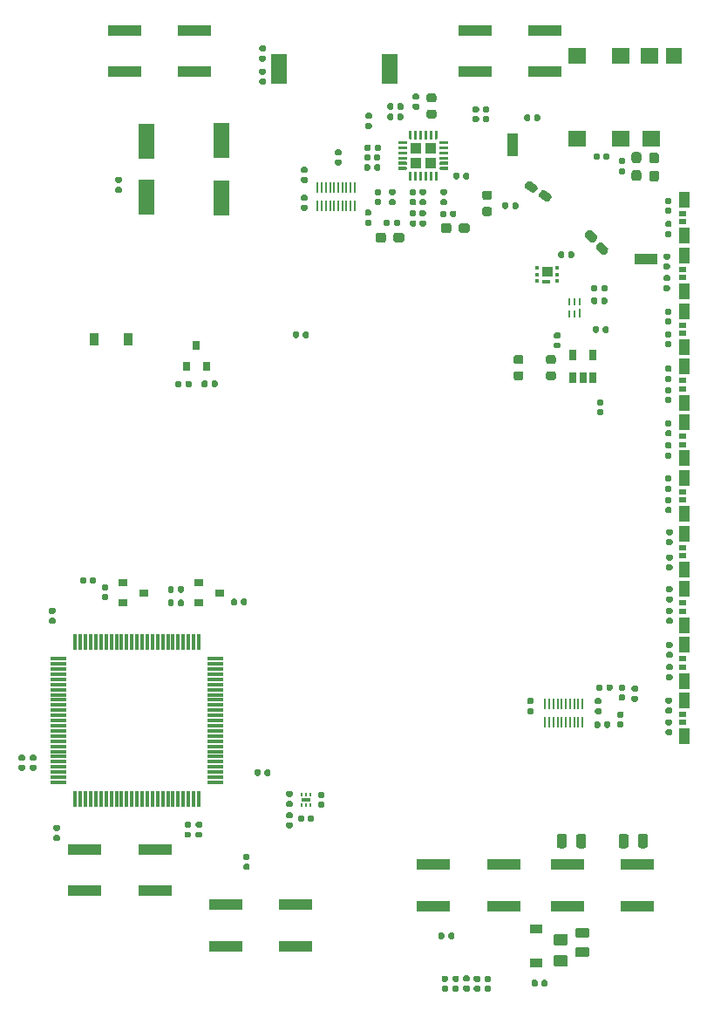
<source format=gbr>
G04 #@! TF.GenerationSoftware,KiCad,Pcbnew,5.1.6+dfsg1-1~bpo10+1*
G04 #@! TF.CreationDate,2020-12-17T18:50:31-05:00*
G04 #@! TF.ProjectId,4GRCP_Mainboard,34475243-505f-44d6-9169-6e626f617264,rev?*
G04 #@! TF.SameCoordinates,Original*
G04 #@! TF.FileFunction,Paste,Bot*
G04 #@! TF.FilePolarity,Positive*
%FSLAX46Y46*%
G04 Gerber Fmt 4.6, Leading zero omitted, Abs format (unit mm)*
G04 Created by KiCad (PCBNEW 5.1.6+dfsg1-1~bpo10+1) date 2020-12-17 18:50:31*
%MOMM*%
%LPD*%
G01*
G04 APERTURE LIST*
%ADD10C,0.010000*%
%ADD11R,1.000000X1.500000*%
%ADD12R,0.800000X0.500000*%
%ADD13R,3.200000X1.100000*%
%ADD14R,1.200000X0.900000*%
%ADD15R,1.500000X0.300000*%
%ADD16R,0.300000X1.500000*%
%ADD17R,1.600000X3.500000*%
%ADD18R,1.500000X3.000000*%
%ADD19R,0.450000X0.300000*%
%ADD20R,0.800000X0.900000*%
%ADD21R,0.280000X0.850000*%
%ADD22R,0.280000X0.750000*%
%ADD23R,0.650000X1.060000*%
%ADD24R,0.200000X1.000000*%
%ADD25R,0.200000X1.100000*%
%ADD26C,0.100000*%
%ADD27R,1.100000X1.100000*%
%ADD28R,0.900000X1.200000*%
%ADD29R,0.180000X0.350000*%
%ADD30R,0.940000X0.300000*%
%ADD31R,1.600000X1.600000*%
%ADD32R,1.800000X1.600000*%
%ADD33R,0.900000X0.800000*%
%ADD34R,1.020000X2.290000*%
%ADD35R,2.290000X1.020000*%
G04 APERTURE END LIST*
D10*
G36*
X167205000Y-83495000D02*
G01*
X167805000Y-83495000D01*
X167807617Y-83494931D01*
X167810226Y-83494726D01*
X167812822Y-83494384D01*
X167815396Y-83493907D01*
X167817941Y-83493296D01*
X167820451Y-83492553D01*
X167822918Y-83491679D01*
X167825337Y-83490677D01*
X167827700Y-83489550D01*
X167830000Y-83488301D01*
X167832232Y-83486934D01*
X167834389Y-83485451D01*
X167836466Y-83483857D01*
X167838457Y-83482157D01*
X167840355Y-83480355D01*
X167842157Y-83478457D01*
X167843857Y-83476466D01*
X167845451Y-83474389D01*
X167846934Y-83472232D01*
X167848301Y-83470000D01*
X167849550Y-83467700D01*
X167850677Y-83465337D01*
X167851679Y-83462918D01*
X167852553Y-83460451D01*
X167853296Y-83457941D01*
X167853907Y-83455396D01*
X167854384Y-83452822D01*
X167854726Y-83450226D01*
X167854931Y-83447617D01*
X167855000Y-83445000D01*
X167855000Y-83255000D01*
X167854931Y-83252383D01*
X167854726Y-83249774D01*
X167854384Y-83247178D01*
X167853907Y-83244604D01*
X167853296Y-83242059D01*
X167852553Y-83239549D01*
X167851679Y-83237082D01*
X167850677Y-83234663D01*
X167849550Y-83232300D01*
X167848301Y-83230000D01*
X167846934Y-83227768D01*
X167845451Y-83225611D01*
X167843857Y-83223534D01*
X167842157Y-83221543D01*
X167840355Y-83219645D01*
X167838457Y-83217843D01*
X167836466Y-83216143D01*
X167834389Y-83214549D01*
X167832232Y-83213066D01*
X167830000Y-83211699D01*
X167827700Y-83210450D01*
X167825337Y-83209323D01*
X167822918Y-83208321D01*
X167820451Y-83207447D01*
X167817941Y-83206704D01*
X167815396Y-83206093D01*
X167812822Y-83205616D01*
X167810226Y-83205274D01*
X167807617Y-83205069D01*
X167805000Y-83205000D01*
X167205000Y-83205000D01*
X167202383Y-83205069D01*
X167199774Y-83205274D01*
X167197178Y-83205616D01*
X167194604Y-83206093D01*
X167192059Y-83206704D01*
X167189549Y-83207447D01*
X167187082Y-83208321D01*
X167184663Y-83209323D01*
X167182300Y-83210450D01*
X167180000Y-83211699D01*
X167177768Y-83213066D01*
X167175611Y-83214549D01*
X167173534Y-83216143D01*
X167171543Y-83217843D01*
X167169645Y-83219645D01*
X167167843Y-83221543D01*
X167166143Y-83223534D01*
X167164549Y-83225611D01*
X167163066Y-83227768D01*
X167161699Y-83230000D01*
X167160450Y-83232300D01*
X167159323Y-83234663D01*
X167158321Y-83237082D01*
X167157447Y-83239549D01*
X167156704Y-83242059D01*
X167156093Y-83244604D01*
X167155616Y-83247178D01*
X167155274Y-83249774D01*
X167155069Y-83252383D01*
X167155000Y-83255000D01*
X167155000Y-83445000D01*
X167155069Y-83447617D01*
X167155274Y-83450226D01*
X167155616Y-83452822D01*
X167156093Y-83455396D01*
X167156704Y-83457941D01*
X167157447Y-83460451D01*
X167158321Y-83462918D01*
X167159323Y-83465337D01*
X167160450Y-83467700D01*
X167161699Y-83470000D01*
X167163066Y-83472232D01*
X167164549Y-83474389D01*
X167166143Y-83476466D01*
X167167843Y-83478457D01*
X167169645Y-83480355D01*
X167171543Y-83482157D01*
X167173534Y-83483857D01*
X167175611Y-83485451D01*
X167177768Y-83486934D01*
X167180000Y-83488301D01*
X167182300Y-83489550D01*
X167184663Y-83490677D01*
X167187082Y-83491679D01*
X167189549Y-83492553D01*
X167192059Y-83493296D01*
X167194604Y-83493907D01*
X167197178Y-83494384D01*
X167199774Y-83494726D01*
X167202383Y-83494931D01*
X167205000Y-83495000D01*
G37*
X167205000Y-83495000D02*
X167805000Y-83495000D01*
X167807617Y-83494931D01*
X167810226Y-83494726D01*
X167812822Y-83494384D01*
X167815396Y-83493907D01*
X167817941Y-83493296D01*
X167820451Y-83492553D01*
X167822918Y-83491679D01*
X167825337Y-83490677D01*
X167827700Y-83489550D01*
X167830000Y-83488301D01*
X167832232Y-83486934D01*
X167834389Y-83485451D01*
X167836466Y-83483857D01*
X167838457Y-83482157D01*
X167840355Y-83480355D01*
X167842157Y-83478457D01*
X167843857Y-83476466D01*
X167845451Y-83474389D01*
X167846934Y-83472232D01*
X167848301Y-83470000D01*
X167849550Y-83467700D01*
X167850677Y-83465337D01*
X167851679Y-83462918D01*
X167852553Y-83460451D01*
X167853296Y-83457941D01*
X167853907Y-83455396D01*
X167854384Y-83452822D01*
X167854726Y-83450226D01*
X167854931Y-83447617D01*
X167855000Y-83445000D01*
X167855000Y-83255000D01*
X167854931Y-83252383D01*
X167854726Y-83249774D01*
X167854384Y-83247178D01*
X167853907Y-83244604D01*
X167853296Y-83242059D01*
X167852553Y-83239549D01*
X167851679Y-83237082D01*
X167850677Y-83234663D01*
X167849550Y-83232300D01*
X167848301Y-83230000D01*
X167846934Y-83227768D01*
X167845451Y-83225611D01*
X167843857Y-83223534D01*
X167842157Y-83221543D01*
X167840355Y-83219645D01*
X167838457Y-83217843D01*
X167836466Y-83216143D01*
X167834389Y-83214549D01*
X167832232Y-83213066D01*
X167830000Y-83211699D01*
X167827700Y-83210450D01*
X167825337Y-83209323D01*
X167822918Y-83208321D01*
X167820451Y-83207447D01*
X167817941Y-83206704D01*
X167815396Y-83206093D01*
X167812822Y-83205616D01*
X167810226Y-83205274D01*
X167807617Y-83205069D01*
X167805000Y-83205000D01*
X167205000Y-83205000D01*
X167202383Y-83205069D01*
X167199774Y-83205274D01*
X167197178Y-83205616D01*
X167194604Y-83206093D01*
X167192059Y-83206704D01*
X167189549Y-83207447D01*
X167187082Y-83208321D01*
X167184663Y-83209323D01*
X167182300Y-83210450D01*
X167180000Y-83211699D01*
X167177768Y-83213066D01*
X167175611Y-83214549D01*
X167173534Y-83216143D01*
X167171543Y-83217843D01*
X167169645Y-83219645D01*
X167167843Y-83221543D01*
X167166143Y-83223534D01*
X167164549Y-83225611D01*
X167163066Y-83227768D01*
X167161699Y-83230000D01*
X167160450Y-83232300D01*
X167159323Y-83234663D01*
X167158321Y-83237082D01*
X167157447Y-83239549D01*
X167156704Y-83242059D01*
X167156093Y-83244604D01*
X167155616Y-83247178D01*
X167155274Y-83249774D01*
X167155069Y-83252383D01*
X167155000Y-83255000D01*
X167155000Y-83445000D01*
X167155069Y-83447617D01*
X167155274Y-83450226D01*
X167155616Y-83452822D01*
X167156093Y-83455396D01*
X167156704Y-83457941D01*
X167157447Y-83460451D01*
X167158321Y-83462918D01*
X167159323Y-83465337D01*
X167160450Y-83467700D01*
X167161699Y-83470000D01*
X167163066Y-83472232D01*
X167164549Y-83474389D01*
X167166143Y-83476466D01*
X167167843Y-83478457D01*
X167169645Y-83480355D01*
X167171543Y-83482157D01*
X167173534Y-83483857D01*
X167175611Y-83485451D01*
X167177768Y-83486934D01*
X167180000Y-83488301D01*
X167182300Y-83489550D01*
X167184663Y-83490677D01*
X167187082Y-83491679D01*
X167189549Y-83492553D01*
X167192059Y-83493296D01*
X167194604Y-83493907D01*
X167197178Y-83494384D01*
X167199774Y-83494726D01*
X167202383Y-83494931D01*
X167205000Y-83495000D01*
G36*
X168000000Y-81945000D02*
G01*
X167200000Y-81945000D01*
X167197383Y-81945069D01*
X167194774Y-81945274D01*
X167192178Y-81945616D01*
X167189604Y-81946093D01*
X167187059Y-81946704D01*
X167184549Y-81947447D01*
X167182082Y-81948321D01*
X167179663Y-81949323D01*
X167177300Y-81950450D01*
X167175000Y-81951699D01*
X167172768Y-81953066D01*
X167170611Y-81954549D01*
X167168534Y-81956143D01*
X167166543Y-81957843D01*
X167164645Y-81959645D01*
X167162843Y-81961543D01*
X167161143Y-81963534D01*
X167159549Y-81965611D01*
X167158066Y-81967768D01*
X167156699Y-81970000D01*
X167155450Y-81972300D01*
X167154323Y-81974663D01*
X167153321Y-81977082D01*
X167152447Y-81979549D01*
X167151704Y-81982059D01*
X167151093Y-81984604D01*
X167150616Y-81987178D01*
X167150274Y-81989774D01*
X167150069Y-81992383D01*
X167150000Y-81995000D01*
X167150000Y-82755000D01*
X167150069Y-82757617D01*
X167150274Y-82760226D01*
X167150616Y-82762822D01*
X167151093Y-82765396D01*
X167151704Y-82767941D01*
X167152447Y-82770451D01*
X167153321Y-82772918D01*
X167154323Y-82775337D01*
X167155450Y-82777700D01*
X167156699Y-82780000D01*
X167158066Y-82782232D01*
X167159549Y-82784389D01*
X167161143Y-82786466D01*
X167162843Y-82788457D01*
X167164645Y-82790355D01*
X167166543Y-82792157D01*
X167168534Y-82793857D01*
X167170611Y-82795451D01*
X167172768Y-82796934D01*
X167175000Y-82798301D01*
X167177300Y-82799550D01*
X167179663Y-82800677D01*
X167182082Y-82801679D01*
X167184549Y-82802553D01*
X167187059Y-82803296D01*
X167189604Y-82803907D01*
X167192178Y-82804384D01*
X167194774Y-82804726D01*
X167197383Y-82804931D01*
X167200000Y-82805000D01*
X168000000Y-82805000D01*
X168002617Y-82804931D01*
X168005226Y-82804726D01*
X168007822Y-82804384D01*
X168010396Y-82803907D01*
X168012941Y-82803296D01*
X168015451Y-82802553D01*
X168017918Y-82801679D01*
X168020337Y-82800677D01*
X168022700Y-82799550D01*
X168025000Y-82798301D01*
X168027232Y-82796934D01*
X168029389Y-82795451D01*
X168031466Y-82793857D01*
X168033457Y-82792157D01*
X168035355Y-82790355D01*
X168037157Y-82788457D01*
X168038857Y-82786466D01*
X168040451Y-82784389D01*
X168041934Y-82782232D01*
X168043301Y-82780000D01*
X168044550Y-82777700D01*
X168045677Y-82775337D01*
X168046679Y-82772918D01*
X168047553Y-82770451D01*
X168048296Y-82767941D01*
X168048907Y-82765396D01*
X168049384Y-82762822D01*
X168049726Y-82760226D01*
X168049931Y-82757617D01*
X168050000Y-82755000D01*
X168050000Y-81995000D01*
X168049931Y-81992383D01*
X168049726Y-81989774D01*
X168049384Y-81987178D01*
X168048907Y-81984604D01*
X168048296Y-81982059D01*
X168047553Y-81979549D01*
X168046679Y-81977082D01*
X168045677Y-81974663D01*
X168044550Y-81972300D01*
X168043301Y-81970000D01*
X168041934Y-81967768D01*
X168040451Y-81965611D01*
X168038857Y-81963534D01*
X168037157Y-81961543D01*
X168035355Y-81959645D01*
X168033457Y-81957843D01*
X168031466Y-81956143D01*
X168029389Y-81954549D01*
X168027232Y-81953066D01*
X168025000Y-81951699D01*
X168022700Y-81950450D01*
X168020337Y-81949323D01*
X168017918Y-81948321D01*
X168015451Y-81947447D01*
X168012941Y-81946704D01*
X168010396Y-81946093D01*
X168007822Y-81945616D01*
X168005226Y-81945274D01*
X168002617Y-81945069D01*
X168000000Y-81945000D01*
G37*
X168000000Y-81945000D02*
X167200000Y-81945000D01*
X167197383Y-81945069D01*
X167194774Y-81945274D01*
X167192178Y-81945616D01*
X167189604Y-81946093D01*
X167187059Y-81946704D01*
X167184549Y-81947447D01*
X167182082Y-81948321D01*
X167179663Y-81949323D01*
X167177300Y-81950450D01*
X167175000Y-81951699D01*
X167172768Y-81953066D01*
X167170611Y-81954549D01*
X167168534Y-81956143D01*
X167166543Y-81957843D01*
X167164645Y-81959645D01*
X167162843Y-81961543D01*
X167161143Y-81963534D01*
X167159549Y-81965611D01*
X167158066Y-81967768D01*
X167156699Y-81970000D01*
X167155450Y-81972300D01*
X167154323Y-81974663D01*
X167153321Y-81977082D01*
X167152447Y-81979549D01*
X167151704Y-81982059D01*
X167151093Y-81984604D01*
X167150616Y-81987178D01*
X167150274Y-81989774D01*
X167150069Y-81992383D01*
X167150000Y-81995000D01*
X167150000Y-82755000D01*
X167150069Y-82757617D01*
X167150274Y-82760226D01*
X167150616Y-82762822D01*
X167151093Y-82765396D01*
X167151704Y-82767941D01*
X167152447Y-82770451D01*
X167153321Y-82772918D01*
X167154323Y-82775337D01*
X167155450Y-82777700D01*
X167156699Y-82780000D01*
X167158066Y-82782232D01*
X167159549Y-82784389D01*
X167161143Y-82786466D01*
X167162843Y-82788457D01*
X167164645Y-82790355D01*
X167166543Y-82792157D01*
X167168534Y-82793857D01*
X167170611Y-82795451D01*
X167172768Y-82796934D01*
X167175000Y-82798301D01*
X167177300Y-82799550D01*
X167179663Y-82800677D01*
X167182082Y-82801679D01*
X167184549Y-82802553D01*
X167187059Y-82803296D01*
X167189604Y-82803907D01*
X167192178Y-82804384D01*
X167194774Y-82804726D01*
X167197383Y-82804931D01*
X167200000Y-82805000D01*
X168000000Y-82805000D01*
X168002617Y-82804931D01*
X168005226Y-82804726D01*
X168007822Y-82804384D01*
X168010396Y-82803907D01*
X168012941Y-82803296D01*
X168015451Y-82802553D01*
X168017918Y-82801679D01*
X168020337Y-82800677D01*
X168022700Y-82799550D01*
X168025000Y-82798301D01*
X168027232Y-82796934D01*
X168029389Y-82795451D01*
X168031466Y-82793857D01*
X168033457Y-82792157D01*
X168035355Y-82790355D01*
X168037157Y-82788457D01*
X168038857Y-82786466D01*
X168040451Y-82784389D01*
X168041934Y-82782232D01*
X168043301Y-82780000D01*
X168044550Y-82777700D01*
X168045677Y-82775337D01*
X168046679Y-82772918D01*
X168047553Y-82770451D01*
X168048296Y-82767941D01*
X168048907Y-82765396D01*
X168049384Y-82762822D01*
X168049726Y-82760226D01*
X168049931Y-82757617D01*
X168050000Y-82755000D01*
X168050000Y-81995000D01*
X168049931Y-81992383D01*
X168049726Y-81989774D01*
X168049384Y-81987178D01*
X168048907Y-81984604D01*
X168048296Y-81982059D01*
X168047553Y-81979549D01*
X168046679Y-81977082D01*
X168045677Y-81974663D01*
X168044550Y-81972300D01*
X168043301Y-81970000D01*
X168041934Y-81967768D01*
X168040451Y-81965611D01*
X168038857Y-81963534D01*
X168037157Y-81961543D01*
X168035355Y-81959645D01*
X168033457Y-81957843D01*
X168031466Y-81956143D01*
X168029389Y-81954549D01*
X168027232Y-81953066D01*
X168025000Y-81951699D01*
X168022700Y-81950450D01*
X168020337Y-81949323D01*
X168017918Y-81948321D01*
X168015451Y-81947447D01*
X168012941Y-81946704D01*
X168010396Y-81946093D01*
X168007822Y-81945616D01*
X168005226Y-81945274D01*
X168002617Y-81945069D01*
X168000000Y-81945000D01*
D11*
X180980000Y-127550000D03*
X180980000Y-124050000D03*
D12*
X180750000Y-126200000D03*
X180750000Y-125400000D03*
D13*
X126600000Y-59000000D03*
X133400000Y-59000000D03*
X133400000Y-63000000D03*
X126600000Y-63000000D03*
X160600000Y-59000000D03*
X167400000Y-59000000D03*
X167400000Y-63000000D03*
X160600000Y-63000000D03*
X176400000Y-144000000D03*
X169600000Y-144000000D03*
X169600000Y-140000000D03*
X176400000Y-140000000D03*
X163400000Y-144000000D03*
X156600000Y-144000000D03*
X156600000Y-140000000D03*
X163400000Y-140000000D03*
X143227000Y-147886000D03*
X136427000Y-147886000D03*
X136427000Y-143886000D03*
X143227000Y-143886000D03*
X129546000Y-142497000D03*
X122746000Y-142497000D03*
X122746000Y-138497000D03*
X129546000Y-138497000D03*
D14*
X166550000Y-146200000D03*
X166550000Y-149500000D03*
G36*
G01*
X169400001Y-147850000D02*
X168499999Y-147850000D01*
G75*
G02*
X168250000Y-147600001I0J249999D01*
G01*
X168250000Y-146949999D01*
G75*
G02*
X168499999Y-146700000I249999J0D01*
G01*
X169400001Y-146700000D01*
G75*
G02*
X169650000Y-146949999I0J-249999D01*
G01*
X169650000Y-147600001D01*
G75*
G02*
X169400001Y-147850000I-249999J0D01*
G01*
G37*
G36*
G01*
X169400001Y-149900000D02*
X168499999Y-149900000D01*
G75*
G02*
X168250000Y-149650001I0J249999D01*
G01*
X168250000Y-148999999D01*
G75*
G02*
X168499999Y-148750000I249999J0D01*
G01*
X169400001Y-148750000D01*
G75*
G02*
X169650000Y-148999999I0J-249999D01*
G01*
X169650000Y-149650001D01*
G75*
G02*
X169400001Y-149900000I-249999J0D01*
G01*
G37*
D15*
X135450000Y-132000000D03*
X135450000Y-131500000D03*
X135450000Y-131000000D03*
X135450000Y-130500000D03*
X135450000Y-130000000D03*
X135450000Y-129500000D03*
X135450000Y-129000000D03*
X135450000Y-128500000D03*
X135450000Y-128000000D03*
X135450000Y-127500000D03*
X135450000Y-127000000D03*
X135450000Y-126500000D03*
X135450000Y-126000000D03*
X135450000Y-125500000D03*
X135450000Y-125000000D03*
X135450000Y-124500000D03*
X135450000Y-124000000D03*
X135450000Y-123500000D03*
X135450000Y-123000000D03*
X135450000Y-122500000D03*
X135450000Y-122000000D03*
X135450000Y-121500000D03*
X135450000Y-121000000D03*
X135450000Y-120500000D03*
X135450000Y-120000000D03*
D16*
X133800000Y-118350000D03*
X133300000Y-118350000D03*
X132800000Y-118350000D03*
X132300000Y-118350000D03*
X131800000Y-118350000D03*
X131300000Y-118350000D03*
X130800000Y-118350000D03*
X130300000Y-118350000D03*
X129800000Y-118350000D03*
X129300000Y-118350000D03*
X128800000Y-118350000D03*
X128300000Y-118350000D03*
X127800000Y-118350000D03*
X127300000Y-118350000D03*
X126800000Y-118350000D03*
X126300000Y-118350000D03*
X125800000Y-118350000D03*
X125300000Y-118350000D03*
X124800000Y-118350000D03*
X124300000Y-118350000D03*
X123800000Y-118350000D03*
X123300000Y-118350000D03*
X122800000Y-118350000D03*
X122300000Y-118350000D03*
X121800000Y-118350000D03*
D15*
X120150000Y-120000000D03*
X120150000Y-120500000D03*
X120150000Y-121000000D03*
X120150000Y-121500000D03*
X120150000Y-122000000D03*
X120150000Y-122500000D03*
X120150000Y-123000000D03*
X120150000Y-123500000D03*
X120150000Y-124000000D03*
X120150000Y-124500000D03*
X120150000Y-125000000D03*
X120150000Y-125500000D03*
X120150000Y-126000000D03*
X120150000Y-126500000D03*
X120150000Y-127000000D03*
X120150000Y-127500000D03*
X120150000Y-128000000D03*
X120150000Y-128500000D03*
X120150000Y-129000000D03*
X120150000Y-129500000D03*
X120150000Y-130000000D03*
X120150000Y-130500000D03*
X120150000Y-131000000D03*
X120150000Y-131500000D03*
X120150000Y-132000000D03*
D16*
X121800000Y-133650000D03*
X122300000Y-133650000D03*
X122800000Y-133650000D03*
X123300000Y-133650000D03*
X123800000Y-133650000D03*
X124300000Y-133650000D03*
X124800000Y-133650000D03*
X125300000Y-133650000D03*
X125800000Y-133650000D03*
X126300000Y-133650000D03*
X126800000Y-133650000D03*
X127300000Y-133650000D03*
X127800000Y-133650000D03*
X128300000Y-133650000D03*
X128800000Y-133650000D03*
X129300000Y-133650000D03*
X129800000Y-133650000D03*
X130300000Y-133650000D03*
X130800000Y-133650000D03*
X131300000Y-133650000D03*
X131800000Y-133650000D03*
X132300000Y-133650000D03*
X132800000Y-133650000D03*
X133300000Y-133650000D03*
X133800000Y-133650000D03*
G36*
G01*
X134660000Y-93152500D02*
X134660000Y-93497500D01*
G75*
G02*
X134512500Y-93645000I-147500J0D01*
G01*
X134217500Y-93645000D01*
G75*
G02*
X134070000Y-93497500I0J147500D01*
G01*
X134070000Y-93152500D01*
G75*
G02*
X134217500Y-93005000I147500J0D01*
G01*
X134512500Y-93005000D01*
G75*
G02*
X134660000Y-93152500I0J-147500D01*
G01*
G37*
G36*
G01*
X135630000Y-93152500D02*
X135630000Y-93497500D01*
G75*
G02*
X135482500Y-93645000I-147500J0D01*
G01*
X135187500Y-93645000D01*
G75*
G02*
X135040000Y-93497500I0J147500D01*
G01*
X135040000Y-93152500D01*
G75*
G02*
X135187500Y-93005000I147500J0D01*
G01*
X135482500Y-93005000D01*
G75*
G02*
X135630000Y-93152500I0J-147500D01*
G01*
G37*
G36*
G01*
X132110000Y-93177500D02*
X132110000Y-93522500D01*
G75*
G02*
X131962500Y-93670000I-147500J0D01*
G01*
X131667500Y-93670000D01*
G75*
G02*
X131520000Y-93522500I0J147500D01*
G01*
X131520000Y-93177500D01*
G75*
G02*
X131667500Y-93030000I147500J0D01*
G01*
X131962500Y-93030000D01*
G75*
G02*
X132110000Y-93177500I0J-147500D01*
G01*
G37*
G36*
G01*
X133080000Y-93177500D02*
X133080000Y-93522500D01*
G75*
G02*
X132932500Y-93670000I-147500J0D01*
G01*
X132637500Y-93670000D01*
G75*
G02*
X132490000Y-93522500I0J147500D01*
G01*
X132490000Y-93177500D01*
G75*
G02*
X132637500Y-93030000I147500J0D01*
G01*
X132932500Y-93030000D01*
G75*
G02*
X133080000Y-93177500I0J-147500D01*
G01*
G37*
G36*
G01*
X116772500Y-129910000D02*
X116427500Y-129910000D01*
G75*
G02*
X116280000Y-129762500I0J147500D01*
G01*
X116280000Y-129467500D01*
G75*
G02*
X116427500Y-129320000I147500J0D01*
G01*
X116772500Y-129320000D01*
G75*
G02*
X116920000Y-129467500I0J-147500D01*
G01*
X116920000Y-129762500D01*
G75*
G02*
X116772500Y-129910000I-147500J0D01*
G01*
G37*
G36*
G01*
X116772500Y-130880000D02*
X116427500Y-130880000D01*
G75*
G02*
X116280000Y-130732500I0J147500D01*
G01*
X116280000Y-130437500D01*
G75*
G02*
X116427500Y-130290000I147500J0D01*
G01*
X116772500Y-130290000D01*
G75*
G02*
X116920000Y-130437500I0J-147500D01*
G01*
X116920000Y-130732500D01*
G75*
G02*
X116772500Y-130880000I-147500J0D01*
G01*
G37*
G36*
G01*
X138597500Y-140505000D02*
X138252500Y-140505000D01*
G75*
G02*
X138105000Y-140357500I0J147500D01*
G01*
X138105000Y-140062500D01*
G75*
G02*
X138252500Y-139915000I147500J0D01*
G01*
X138597500Y-139915000D01*
G75*
G02*
X138745000Y-140062500I0J-147500D01*
G01*
X138745000Y-140357500D01*
G75*
G02*
X138597500Y-140505000I-147500J0D01*
G01*
G37*
G36*
G01*
X138597500Y-139535000D02*
X138252500Y-139535000D01*
G75*
G02*
X138105000Y-139387500I0J147500D01*
G01*
X138105000Y-139092500D01*
G75*
G02*
X138252500Y-138945000I147500J0D01*
G01*
X138597500Y-138945000D01*
G75*
G02*
X138745000Y-139092500I0J-147500D01*
G01*
X138745000Y-139387500D01*
G75*
G02*
X138597500Y-139535000I-147500J0D01*
G01*
G37*
G36*
G01*
X137890000Y-114672500D02*
X137890000Y-114327500D01*
G75*
G02*
X138037500Y-114180000I147500J0D01*
G01*
X138332500Y-114180000D01*
G75*
G02*
X138480000Y-114327500I0J-147500D01*
G01*
X138480000Y-114672500D01*
G75*
G02*
X138332500Y-114820000I-147500J0D01*
G01*
X138037500Y-114820000D01*
G75*
G02*
X137890000Y-114672500I0J147500D01*
G01*
G37*
G36*
G01*
X136920000Y-114672500D02*
X136920000Y-114327500D01*
G75*
G02*
X137067500Y-114180000I147500J0D01*
G01*
X137362500Y-114180000D01*
G75*
G02*
X137510000Y-114327500I0J-147500D01*
G01*
X137510000Y-114672500D01*
G75*
G02*
X137362500Y-114820000I-147500J0D01*
G01*
X137067500Y-114820000D01*
G75*
G02*
X136920000Y-114672500I0J147500D01*
G01*
G37*
G36*
G01*
X119747500Y-116630000D02*
X119402500Y-116630000D01*
G75*
G02*
X119255000Y-116482500I0J147500D01*
G01*
X119255000Y-116187500D01*
G75*
G02*
X119402500Y-116040000I147500J0D01*
G01*
X119747500Y-116040000D01*
G75*
G02*
X119895000Y-116187500I0J-147500D01*
G01*
X119895000Y-116482500D01*
G75*
G02*
X119747500Y-116630000I-147500J0D01*
G01*
G37*
G36*
G01*
X119747500Y-115660000D02*
X119402500Y-115660000D01*
G75*
G02*
X119255000Y-115512500I0J147500D01*
G01*
X119255000Y-115217500D01*
G75*
G02*
X119402500Y-115070000I147500J0D01*
G01*
X119747500Y-115070000D01*
G75*
G02*
X119895000Y-115217500I0J-147500D01*
G01*
X119895000Y-115512500D01*
G75*
G02*
X119747500Y-115660000I-147500J0D01*
G01*
G37*
G36*
G01*
X139810000Y-130877500D02*
X139810000Y-131222500D01*
G75*
G02*
X139662500Y-131370000I-147500J0D01*
G01*
X139367500Y-131370000D01*
G75*
G02*
X139220000Y-131222500I0J147500D01*
G01*
X139220000Y-130877500D01*
G75*
G02*
X139367500Y-130730000I147500J0D01*
G01*
X139662500Y-130730000D01*
G75*
G02*
X139810000Y-130877500I0J-147500D01*
G01*
G37*
G36*
G01*
X140780000Y-130877500D02*
X140780000Y-131222500D01*
G75*
G02*
X140632500Y-131370000I-147500J0D01*
G01*
X140337500Y-131370000D01*
G75*
G02*
X140190000Y-131222500I0J147500D01*
G01*
X140190000Y-130877500D01*
G75*
G02*
X140337500Y-130730000I147500J0D01*
G01*
X140632500Y-130730000D01*
G75*
G02*
X140780000Y-130877500I0J-147500D01*
G01*
G37*
G36*
G01*
X167680000Y-151327500D02*
X167680000Y-151672500D01*
G75*
G02*
X167532500Y-151820000I-147500J0D01*
G01*
X167237500Y-151820000D01*
G75*
G02*
X167090000Y-151672500I0J147500D01*
G01*
X167090000Y-151327500D01*
G75*
G02*
X167237500Y-151180000I147500J0D01*
G01*
X167532500Y-151180000D01*
G75*
G02*
X167680000Y-151327500I0J-147500D01*
G01*
G37*
G36*
G01*
X166710000Y-151327500D02*
X166710000Y-151672500D01*
G75*
G02*
X166562500Y-151820000I-147500J0D01*
G01*
X166267500Y-151820000D01*
G75*
G02*
X166120000Y-151672500I0J147500D01*
G01*
X166120000Y-151327500D01*
G75*
G02*
X166267500Y-151180000I147500J0D01*
G01*
X166562500Y-151180000D01*
G75*
G02*
X166710000Y-151327500I0J-147500D01*
G01*
G37*
G36*
G01*
X157527500Y-150770000D02*
X157872500Y-150770000D01*
G75*
G02*
X158020000Y-150917500I0J-147500D01*
G01*
X158020000Y-151212500D01*
G75*
G02*
X157872500Y-151360000I-147500J0D01*
G01*
X157527500Y-151360000D01*
G75*
G02*
X157380000Y-151212500I0J147500D01*
G01*
X157380000Y-150917500D01*
G75*
G02*
X157527500Y-150770000I147500J0D01*
G01*
G37*
G36*
G01*
X157527500Y-151740000D02*
X157872500Y-151740000D01*
G75*
G02*
X158020000Y-151887500I0J-147500D01*
G01*
X158020000Y-152182500D01*
G75*
G02*
X157872500Y-152330000I-147500J0D01*
G01*
X157527500Y-152330000D01*
G75*
G02*
X157380000Y-152182500I0J147500D01*
G01*
X157380000Y-151887500D01*
G75*
G02*
X157527500Y-151740000I147500J0D01*
G01*
G37*
G36*
G01*
X160657500Y-150780000D02*
X161002500Y-150780000D01*
G75*
G02*
X161150000Y-150927500I0J-147500D01*
G01*
X161150000Y-151222500D01*
G75*
G02*
X161002500Y-151370000I-147500J0D01*
G01*
X160657500Y-151370000D01*
G75*
G02*
X160510000Y-151222500I0J147500D01*
G01*
X160510000Y-150927500D01*
G75*
G02*
X160657500Y-150780000I147500J0D01*
G01*
G37*
G36*
G01*
X160657500Y-151750000D02*
X161002500Y-151750000D01*
G75*
G02*
X161150000Y-151897500I0J-147500D01*
G01*
X161150000Y-152192500D01*
G75*
G02*
X161002500Y-152340000I-147500J0D01*
G01*
X160657500Y-152340000D01*
G75*
G02*
X160510000Y-152192500I0J147500D01*
G01*
X160510000Y-151897500D01*
G75*
G02*
X160657500Y-151750000I147500J0D01*
G01*
G37*
G36*
G01*
X119827500Y-137090000D02*
X120172500Y-137090000D01*
G75*
G02*
X120320000Y-137237500I0J-147500D01*
G01*
X120320000Y-137532500D01*
G75*
G02*
X120172500Y-137680000I-147500J0D01*
G01*
X119827500Y-137680000D01*
G75*
G02*
X119680000Y-137532500I0J147500D01*
G01*
X119680000Y-137237500D01*
G75*
G02*
X119827500Y-137090000I147500J0D01*
G01*
G37*
G36*
G01*
X119827500Y-136120000D02*
X120172500Y-136120000D01*
G75*
G02*
X120320000Y-136267500I0J-147500D01*
G01*
X120320000Y-136562500D01*
G75*
G02*
X120172500Y-136710000I-147500J0D01*
G01*
X119827500Y-136710000D01*
G75*
G02*
X119680000Y-136562500I0J147500D01*
G01*
X119680000Y-136267500D01*
G75*
G02*
X119827500Y-136120000I147500J0D01*
G01*
G37*
G36*
G01*
X173480000Y-83877500D02*
X173480000Y-84222500D01*
G75*
G02*
X173332500Y-84370000I-147500J0D01*
G01*
X173037500Y-84370000D01*
G75*
G02*
X172890000Y-84222500I0J147500D01*
G01*
X172890000Y-83877500D01*
G75*
G02*
X173037500Y-83730000I147500J0D01*
G01*
X173332500Y-83730000D01*
G75*
G02*
X173480000Y-83877500I0J-147500D01*
G01*
G37*
G36*
G01*
X172510000Y-83877500D02*
X172510000Y-84222500D01*
G75*
G02*
X172362500Y-84370000I-147500J0D01*
G01*
X172067500Y-84370000D01*
G75*
G02*
X171920000Y-84222500I0J147500D01*
G01*
X171920000Y-83877500D01*
G75*
G02*
X172067500Y-83730000I147500J0D01*
G01*
X172362500Y-83730000D01*
G75*
G02*
X172510000Y-83877500I0J-147500D01*
G01*
G37*
D17*
X128750000Y-75200000D03*
X128750000Y-69800000D03*
G36*
G01*
X142427500Y-135890000D02*
X142772500Y-135890000D01*
G75*
G02*
X142920000Y-136037500I0J-147500D01*
G01*
X142920000Y-136332500D01*
G75*
G02*
X142772500Y-136480000I-147500J0D01*
G01*
X142427500Y-136480000D01*
G75*
G02*
X142280000Y-136332500I0J147500D01*
G01*
X142280000Y-136037500D01*
G75*
G02*
X142427500Y-135890000I147500J0D01*
G01*
G37*
G36*
G01*
X142427500Y-134920000D02*
X142772500Y-134920000D01*
G75*
G02*
X142920000Y-135067500I0J-147500D01*
G01*
X142920000Y-135362500D01*
G75*
G02*
X142772500Y-135510000I-147500J0D01*
G01*
X142427500Y-135510000D01*
G75*
G02*
X142280000Y-135362500I0J147500D01*
G01*
X142280000Y-135067500D01*
G75*
G02*
X142427500Y-134920000I147500J0D01*
G01*
G37*
X136000000Y-69700000D03*
X136000000Y-75300000D03*
G36*
G01*
X143877500Y-73240000D02*
X144222500Y-73240000D01*
G75*
G02*
X144370000Y-73387500I0J-147500D01*
G01*
X144370000Y-73682500D01*
G75*
G02*
X144222500Y-73830000I-147500J0D01*
G01*
X143877500Y-73830000D01*
G75*
G02*
X143730000Y-73682500I0J147500D01*
G01*
X143730000Y-73387500D01*
G75*
G02*
X143877500Y-73240000I147500J0D01*
G01*
G37*
G36*
G01*
X143877500Y-72270000D02*
X144222500Y-72270000D01*
G75*
G02*
X144370000Y-72417500I0J-147500D01*
G01*
X144370000Y-72712500D01*
G75*
G02*
X144222500Y-72860000I-147500J0D01*
G01*
X143877500Y-72860000D01*
G75*
G02*
X143730000Y-72712500I0J147500D01*
G01*
X143730000Y-72417500D01*
G75*
G02*
X143877500Y-72270000I147500J0D01*
G01*
G37*
G36*
G01*
X144222500Y-75560000D02*
X143877500Y-75560000D01*
G75*
G02*
X143730000Y-75412500I0J147500D01*
G01*
X143730000Y-75117500D01*
G75*
G02*
X143877500Y-74970000I147500J0D01*
G01*
X144222500Y-74970000D01*
G75*
G02*
X144370000Y-75117500I0J-147500D01*
G01*
X144370000Y-75412500D01*
G75*
G02*
X144222500Y-75560000I-147500J0D01*
G01*
G37*
G36*
G01*
X144222500Y-76530000D02*
X143877500Y-76530000D01*
G75*
G02*
X143730000Y-76382500I0J147500D01*
G01*
X143730000Y-76087500D01*
G75*
G02*
X143877500Y-75940000I147500J0D01*
G01*
X144222500Y-75940000D01*
G75*
G02*
X144370000Y-76087500I0J-147500D01*
G01*
X144370000Y-76382500D01*
G75*
G02*
X144222500Y-76530000I-147500J0D01*
G01*
G37*
G36*
G01*
X143525000Y-88377500D02*
X143525000Y-88722500D01*
G75*
G02*
X143377500Y-88870000I-147500J0D01*
G01*
X143082500Y-88870000D01*
G75*
G02*
X142935000Y-88722500I0J147500D01*
G01*
X142935000Y-88377500D01*
G75*
G02*
X143082500Y-88230000I147500J0D01*
G01*
X143377500Y-88230000D01*
G75*
G02*
X143525000Y-88377500I0J-147500D01*
G01*
G37*
G36*
G01*
X144495000Y-88377500D02*
X144495000Y-88722500D01*
G75*
G02*
X144347500Y-88870000I-147500J0D01*
G01*
X144052500Y-88870000D01*
G75*
G02*
X143905000Y-88722500I0J147500D01*
G01*
X143905000Y-88377500D01*
G75*
G02*
X144052500Y-88230000I147500J0D01*
G01*
X144347500Y-88230000D01*
G75*
G02*
X144495000Y-88377500I0J-147500D01*
G01*
G37*
G36*
G01*
X153330000Y-77517500D02*
X153330000Y-77862500D01*
G75*
G02*
X153182500Y-78010000I-147500J0D01*
G01*
X152887500Y-78010000D01*
G75*
G02*
X152740000Y-77862500I0J147500D01*
G01*
X152740000Y-77517500D01*
G75*
G02*
X152887500Y-77370000I147500J0D01*
G01*
X153182500Y-77370000D01*
G75*
G02*
X153330000Y-77517500I0J-147500D01*
G01*
G37*
G36*
G01*
X152360000Y-77517500D02*
X152360000Y-77862500D01*
G75*
G02*
X152212500Y-78010000I-147500J0D01*
G01*
X151917500Y-78010000D01*
G75*
G02*
X151770000Y-77862500I0J147500D01*
G01*
X151770000Y-77517500D01*
G75*
G02*
X151917500Y-77370000I147500J0D01*
G01*
X152212500Y-77370000D01*
G75*
G02*
X152360000Y-77517500I0J-147500D01*
G01*
G37*
G36*
G01*
X157245000Y-76997500D02*
X157245000Y-76652500D01*
G75*
G02*
X157392500Y-76505000I147500J0D01*
G01*
X157687500Y-76505000D01*
G75*
G02*
X157835000Y-76652500I0J-147500D01*
G01*
X157835000Y-76997500D01*
G75*
G02*
X157687500Y-77145000I-147500J0D01*
G01*
X157392500Y-77145000D01*
G75*
G02*
X157245000Y-76997500I0J147500D01*
G01*
G37*
G36*
G01*
X158215000Y-76997500D02*
X158215000Y-76652500D01*
G75*
G02*
X158362500Y-76505000I147500J0D01*
G01*
X158657500Y-76505000D01*
G75*
G02*
X158805000Y-76652500I0J-147500D01*
G01*
X158805000Y-76997500D01*
G75*
G02*
X158657500Y-77145000I-147500J0D01*
G01*
X158362500Y-77145000D01*
G75*
G02*
X158215000Y-76997500I0J147500D01*
G01*
G37*
G36*
G01*
X150077500Y-77390000D02*
X150422500Y-77390000D01*
G75*
G02*
X150570000Y-77537500I0J-147500D01*
G01*
X150570000Y-77832500D01*
G75*
G02*
X150422500Y-77980000I-147500J0D01*
G01*
X150077500Y-77980000D01*
G75*
G02*
X149930000Y-77832500I0J147500D01*
G01*
X149930000Y-77537500D01*
G75*
G02*
X150077500Y-77390000I147500J0D01*
G01*
G37*
G36*
G01*
X150077500Y-76420000D02*
X150422500Y-76420000D01*
G75*
G02*
X150570000Y-76567500I0J-147500D01*
G01*
X150570000Y-76862500D01*
G75*
G02*
X150422500Y-77010000I-147500J0D01*
G01*
X150077500Y-77010000D01*
G75*
G02*
X149930000Y-76862500I0J147500D01*
G01*
X149930000Y-76567500D01*
G75*
G02*
X150077500Y-76420000I147500J0D01*
G01*
G37*
G36*
G01*
X151027500Y-74420000D02*
X151372500Y-74420000D01*
G75*
G02*
X151520000Y-74567500I0J-147500D01*
G01*
X151520000Y-74862500D01*
G75*
G02*
X151372500Y-75010000I-147500J0D01*
G01*
X151027500Y-75010000D01*
G75*
G02*
X150880000Y-74862500I0J147500D01*
G01*
X150880000Y-74567500D01*
G75*
G02*
X151027500Y-74420000I147500J0D01*
G01*
G37*
G36*
G01*
X151027500Y-75390000D02*
X151372500Y-75390000D01*
G75*
G02*
X151520000Y-75537500I0J-147500D01*
G01*
X151520000Y-75832500D01*
G75*
G02*
X151372500Y-75980000I-147500J0D01*
G01*
X151027500Y-75980000D01*
G75*
G02*
X150880000Y-75832500I0J147500D01*
G01*
X150880000Y-75537500D01*
G75*
G02*
X151027500Y-75390000I147500J0D01*
G01*
G37*
G36*
G01*
X155377500Y-75390000D02*
X155722500Y-75390000D01*
G75*
G02*
X155870000Y-75537500I0J-147500D01*
G01*
X155870000Y-75832500D01*
G75*
G02*
X155722500Y-75980000I-147500J0D01*
G01*
X155377500Y-75980000D01*
G75*
G02*
X155230000Y-75832500I0J147500D01*
G01*
X155230000Y-75537500D01*
G75*
G02*
X155377500Y-75390000I147500J0D01*
G01*
G37*
G36*
G01*
X155377500Y-74420000D02*
X155722500Y-74420000D01*
G75*
G02*
X155870000Y-74567500I0J-147500D01*
G01*
X155870000Y-74862500D01*
G75*
G02*
X155722500Y-75010000I-147500J0D01*
G01*
X155377500Y-75010000D01*
G75*
G02*
X155230000Y-74862500I0J147500D01*
G01*
X155230000Y-74567500D01*
G75*
G02*
X155377500Y-74420000I147500J0D01*
G01*
G37*
G36*
G01*
X154427500Y-74420000D02*
X154772500Y-74420000D01*
G75*
G02*
X154920000Y-74567500I0J-147500D01*
G01*
X154920000Y-74862500D01*
G75*
G02*
X154772500Y-75010000I-147500J0D01*
G01*
X154427500Y-75010000D01*
G75*
G02*
X154280000Y-74862500I0J147500D01*
G01*
X154280000Y-74567500D01*
G75*
G02*
X154427500Y-74420000I147500J0D01*
G01*
G37*
G36*
G01*
X154427500Y-75390000D02*
X154772500Y-75390000D01*
G75*
G02*
X154920000Y-75537500I0J-147500D01*
G01*
X154920000Y-75832500D01*
G75*
G02*
X154772500Y-75980000I-147500J0D01*
G01*
X154427500Y-75980000D01*
G75*
G02*
X154280000Y-75832500I0J147500D01*
G01*
X154280000Y-75537500D01*
G75*
G02*
X154427500Y-75390000I147500J0D01*
G01*
G37*
G36*
G01*
X150460000Y-71177500D02*
X150460000Y-71522500D01*
G75*
G02*
X150312500Y-71670000I-147500J0D01*
G01*
X150017500Y-71670000D01*
G75*
G02*
X149870000Y-71522500I0J147500D01*
G01*
X149870000Y-71177500D01*
G75*
G02*
X150017500Y-71030000I147500J0D01*
G01*
X150312500Y-71030000D01*
G75*
G02*
X150460000Y-71177500I0J-147500D01*
G01*
G37*
G36*
G01*
X151430000Y-71177500D02*
X151430000Y-71522500D01*
G75*
G02*
X151282500Y-71670000I-147500J0D01*
G01*
X150987500Y-71670000D01*
G75*
G02*
X150840000Y-71522500I0J147500D01*
G01*
X150840000Y-71177500D01*
G75*
G02*
X150987500Y-71030000I147500J0D01*
G01*
X151282500Y-71030000D01*
G75*
G02*
X151430000Y-71177500I0J-147500D01*
G01*
G37*
G36*
G01*
X150510000Y-70227500D02*
X150510000Y-70572500D01*
G75*
G02*
X150362500Y-70720000I-147500J0D01*
G01*
X150067500Y-70720000D01*
G75*
G02*
X149920000Y-70572500I0J147500D01*
G01*
X149920000Y-70227500D01*
G75*
G02*
X150067500Y-70080000I147500J0D01*
G01*
X150362500Y-70080000D01*
G75*
G02*
X150510000Y-70227500I0J-147500D01*
G01*
G37*
G36*
G01*
X151480000Y-70227500D02*
X151480000Y-70572500D01*
G75*
G02*
X151332500Y-70720000I-147500J0D01*
G01*
X151037500Y-70720000D01*
G75*
G02*
X150890000Y-70572500I0J147500D01*
G01*
X150890000Y-70227500D01*
G75*
G02*
X151037500Y-70080000I147500J0D01*
G01*
X151332500Y-70080000D01*
G75*
G02*
X151480000Y-70227500I0J-147500D01*
G01*
G37*
G36*
G01*
X151430000Y-72127500D02*
X151430000Y-72472500D01*
G75*
G02*
X151282500Y-72620000I-147500J0D01*
G01*
X150987500Y-72620000D01*
G75*
G02*
X150840000Y-72472500I0J147500D01*
G01*
X150840000Y-72127500D01*
G75*
G02*
X150987500Y-71980000I147500J0D01*
G01*
X151282500Y-71980000D01*
G75*
G02*
X151430000Y-72127500I0J-147500D01*
G01*
G37*
G36*
G01*
X150460000Y-72127500D02*
X150460000Y-72472500D01*
G75*
G02*
X150312500Y-72620000I-147500J0D01*
G01*
X150017500Y-72620000D01*
G75*
G02*
X149870000Y-72472500I0J147500D01*
G01*
X149870000Y-72127500D01*
G75*
G02*
X150017500Y-71980000I147500J0D01*
G01*
X150312500Y-71980000D01*
G75*
G02*
X150460000Y-72127500I0J-147500D01*
G01*
G37*
G36*
G01*
X150472500Y-68580000D02*
X150127500Y-68580000D01*
G75*
G02*
X149980000Y-68432500I0J147500D01*
G01*
X149980000Y-68137500D01*
G75*
G02*
X150127500Y-67990000I147500J0D01*
G01*
X150472500Y-67990000D01*
G75*
G02*
X150620000Y-68137500I0J-147500D01*
G01*
X150620000Y-68432500D01*
G75*
G02*
X150472500Y-68580000I-147500J0D01*
G01*
G37*
G36*
G01*
X150472500Y-67610000D02*
X150127500Y-67610000D01*
G75*
G02*
X149980000Y-67462500I0J147500D01*
G01*
X149980000Y-67167500D01*
G75*
G02*
X150127500Y-67020000I147500J0D01*
G01*
X150472500Y-67020000D01*
G75*
G02*
X150620000Y-67167500I0J-147500D01*
G01*
X150620000Y-67462500D01*
G75*
G02*
X150472500Y-67610000I-147500J0D01*
G01*
G37*
G36*
G01*
X156656250Y-66000000D02*
X156143750Y-66000000D01*
G75*
G02*
X155925000Y-65781250I0J218750D01*
G01*
X155925000Y-65343750D01*
G75*
G02*
X156143750Y-65125000I218750J0D01*
G01*
X156656250Y-65125000D01*
G75*
G02*
X156875000Y-65343750I0J-218750D01*
G01*
X156875000Y-65781250D01*
G75*
G02*
X156656250Y-66000000I-218750J0D01*
G01*
G37*
G36*
G01*
X156656250Y-67575000D02*
X156143750Y-67575000D01*
G75*
G02*
X155925000Y-67356250I0J218750D01*
G01*
X155925000Y-66918750D01*
G75*
G02*
X156143750Y-66700000I218750J0D01*
G01*
X156656250Y-66700000D01*
G75*
G02*
X156875000Y-66918750I0J-218750D01*
G01*
X156875000Y-67356250D01*
G75*
G02*
X156656250Y-67575000I-218750J0D01*
G01*
G37*
G36*
G01*
X160872500Y-67930000D02*
X160527500Y-67930000D01*
G75*
G02*
X160380000Y-67782500I0J147500D01*
G01*
X160380000Y-67487500D01*
G75*
G02*
X160527500Y-67340000I147500J0D01*
G01*
X160872500Y-67340000D01*
G75*
G02*
X161020000Y-67487500I0J-147500D01*
G01*
X161020000Y-67782500D01*
G75*
G02*
X160872500Y-67930000I-147500J0D01*
G01*
G37*
G36*
G01*
X160872500Y-66960000D02*
X160527500Y-66960000D01*
G75*
G02*
X160380000Y-66812500I0J147500D01*
G01*
X160380000Y-66517500D01*
G75*
G02*
X160527500Y-66370000I147500J0D01*
G01*
X160872500Y-66370000D01*
G75*
G02*
X161020000Y-66517500I0J-147500D01*
G01*
X161020000Y-66812500D01*
G75*
G02*
X160872500Y-66960000I-147500J0D01*
G01*
G37*
G36*
G01*
X161872500Y-66960000D02*
X161527500Y-66960000D01*
G75*
G02*
X161380000Y-66812500I0J147500D01*
G01*
X161380000Y-66517500D01*
G75*
G02*
X161527500Y-66370000I147500J0D01*
G01*
X161872500Y-66370000D01*
G75*
G02*
X162020000Y-66517500I0J-147500D01*
G01*
X162020000Y-66812500D01*
G75*
G02*
X161872500Y-66960000I-147500J0D01*
G01*
G37*
G36*
G01*
X161872500Y-67930000D02*
X161527500Y-67930000D01*
G75*
G02*
X161380000Y-67782500I0J147500D01*
G01*
X161380000Y-67487500D01*
G75*
G02*
X161527500Y-67340000I147500J0D01*
G01*
X161872500Y-67340000D01*
G75*
G02*
X162020000Y-67487500I0J-147500D01*
G01*
X162020000Y-67782500D01*
G75*
G02*
X161872500Y-67930000I-147500J0D01*
G01*
G37*
G36*
G01*
X173705000Y-71077500D02*
X173705000Y-71422500D01*
G75*
G02*
X173557500Y-71570000I-147500J0D01*
G01*
X173262500Y-71570000D01*
G75*
G02*
X173115000Y-71422500I0J147500D01*
G01*
X173115000Y-71077500D01*
G75*
G02*
X173262500Y-70930000I147500J0D01*
G01*
X173557500Y-70930000D01*
G75*
G02*
X173705000Y-71077500I0J-147500D01*
G01*
G37*
G36*
G01*
X172735000Y-71077500D02*
X172735000Y-71422500D01*
G75*
G02*
X172587500Y-71570000I-147500J0D01*
G01*
X172292500Y-71570000D01*
G75*
G02*
X172145000Y-71422500I0J147500D01*
G01*
X172145000Y-71077500D01*
G75*
G02*
X172292500Y-70930000I147500J0D01*
G01*
X172587500Y-70930000D01*
G75*
G02*
X172735000Y-71077500I0J-147500D01*
G01*
G37*
G36*
G01*
X140172500Y-61060000D02*
X139827500Y-61060000D01*
G75*
G02*
X139680000Y-60912500I0J147500D01*
G01*
X139680000Y-60617500D01*
G75*
G02*
X139827500Y-60470000I147500J0D01*
G01*
X140172500Y-60470000D01*
G75*
G02*
X140320000Y-60617500I0J-147500D01*
G01*
X140320000Y-60912500D01*
G75*
G02*
X140172500Y-61060000I-147500J0D01*
G01*
G37*
G36*
G01*
X140172500Y-62030000D02*
X139827500Y-62030000D01*
G75*
G02*
X139680000Y-61882500I0J147500D01*
G01*
X139680000Y-61587500D01*
G75*
G02*
X139827500Y-61440000I147500J0D01*
G01*
X140172500Y-61440000D01*
G75*
G02*
X140320000Y-61587500I0J-147500D01*
G01*
X140320000Y-61882500D01*
G75*
G02*
X140172500Y-62030000I-147500J0D01*
G01*
G37*
G36*
G01*
X174727500Y-71395000D02*
X175072500Y-71395000D01*
G75*
G02*
X175220000Y-71542500I0J-147500D01*
G01*
X175220000Y-71837500D01*
G75*
G02*
X175072500Y-71985000I-147500J0D01*
G01*
X174727500Y-71985000D01*
G75*
G02*
X174580000Y-71837500I0J147500D01*
G01*
X174580000Y-71542500D01*
G75*
G02*
X174727500Y-71395000I147500J0D01*
G01*
G37*
G36*
G01*
X174727500Y-72365000D02*
X175072500Y-72365000D01*
G75*
G02*
X175220000Y-72512500I0J-147500D01*
G01*
X175220000Y-72807500D01*
G75*
G02*
X175072500Y-72955000I-147500J0D01*
G01*
X174727500Y-72955000D01*
G75*
G02*
X174580000Y-72807500I0J147500D01*
G01*
X174580000Y-72512500D01*
G75*
G02*
X174727500Y-72365000I147500J0D01*
G01*
G37*
G36*
G01*
X139827500Y-63690000D02*
X140172500Y-63690000D01*
G75*
G02*
X140320000Y-63837500I0J-147500D01*
G01*
X140320000Y-64132500D01*
G75*
G02*
X140172500Y-64280000I-147500J0D01*
G01*
X139827500Y-64280000D01*
G75*
G02*
X139680000Y-64132500I0J147500D01*
G01*
X139680000Y-63837500D01*
G75*
G02*
X139827500Y-63690000I147500J0D01*
G01*
G37*
G36*
G01*
X139827500Y-62720000D02*
X140172500Y-62720000D01*
G75*
G02*
X140320000Y-62867500I0J-147500D01*
G01*
X140320000Y-63162500D01*
G75*
G02*
X140172500Y-63310000I-147500J0D01*
G01*
X139827500Y-63310000D01*
G75*
G02*
X139680000Y-63162500I0J147500D01*
G01*
X139680000Y-62867500D01*
G75*
G02*
X139827500Y-62720000I147500J0D01*
G01*
G37*
G36*
G01*
X157300000Y-78437500D02*
X157300000Y-77962500D01*
G75*
G02*
X157537500Y-77725000I237500J0D01*
G01*
X158112500Y-77725000D01*
G75*
G02*
X158350000Y-77962500I0J-237500D01*
G01*
X158350000Y-78437500D01*
G75*
G02*
X158112500Y-78675000I-237500J0D01*
G01*
X157537500Y-78675000D01*
G75*
G02*
X157300000Y-78437500I0J237500D01*
G01*
G37*
G36*
G01*
X159050000Y-78437500D02*
X159050000Y-77962500D01*
G75*
G02*
X159287500Y-77725000I237500J0D01*
G01*
X159862500Y-77725000D01*
G75*
G02*
X160100000Y-77962500I0J-237500D01*
G01*
X160100000Y-78437500D01*
G75*
G02*
X159862500Y-78675000I-237500J0D01*
G01*
X159287500Y-78675000D01*
G75*
G02*
X159050000Y-78437500I0J237500D01*
G01*
G37*
G36*
G01*
X152000000Y-78887500D02*
X152000000Y-79362500D01*
G75*
G02*
X151762500Y-79600000I-237500J0D01*
G01*
X151187500Y-79600000D01*
G75*
G02*
X150950000Y-79362500I0J237500D01*
G01*
X150950000Y-78887500D01*
G75*
G02*
X151187500Y-78650000I237500J0D01*
G01*
X151762500Y-78650000D01*
G75*
G02*
X152000000Y-78887500I0J-237500D01*
G01*
G37*
G36*
G01*
X153750000Y-78887500D02*
X153750000Y-79362500D01*
G75*
G02*
X153512500Y-79600000I-237500J0D01*
G01*
X152937500Y-79600000D01*
G75*
G02*
X152700000Y-79362500I0J237500D01*
G01*
X152700000Y-78887500D01*
G75*
G02*
X152937500Y-78650000I237500J0D01*
G01*
X153512500Y-78650000D01*
G75*
G02*
X153750000Y-78887500I0J-237500D01*
G01*
G37*
G36*
G01*
X176062500Y-70825000D02*
X176537500Y-70825000D01*
G75*
G02*
X176775000Y-71062500I0J-237500D01*
G01*
X176775000Y-71637500D01*
G75*
G02*
X176537500Y-71875000I-237500J0D01*
G01*
X176062500Y-71875000D01*
G75*
G02*
X175825000Y-71637500I0J237500D01*
G01*
X175825000Y-71062500D01*
G75*
G02*
X176062500Y-70825000I237500J0D01*
G01*
G37*
G36*
G01*
X176062500Y-72575000D02*
X176537500Y-72575000D01*
G75*
G02*
X176775000Y-72812500I0J-237500D01*
G01*
X176775000Y-73387500D01*
G75*
G02*
X176537500Y-73625000I-237500J0D01*
G01*
X176062500Y-73625000D01*
G75*
G02*
X175825000Y-73387500I0J237500D01*
G01*
X175825000Y-72812500D01*
G75*
G02*
X176062500Y-72575000I237500J0D01*
G01*
G37*
G36*
G01*
X177787500Y-72625000D02*
X178262500Y-72625000D01*
G75*
G02*
X178500000Y-72862500I0J-237500D01*
G01*
X178500000Y-73437500D01*
G75*
G02*
X178262500Y-73675000I-237500J0D01*
G01*
X177787500Y-73675000D01*
G75*
G02*
X177550000Y-73437500I0J237500D01*
G01*
X177550000Y-72862500D01*
G75*
G02*
X177787500Y-72625000I237500J0D01*
G01*
G37*
G36*
G01*
X177787500Y-70875000D02*
X178262500Y-70875000D01*
G75*
G02*
X178500000Y-71112500I0J-237500D01*
G01*
X178500000Y-71687500D01*
G75*
G02*
X178262500Y-71925000I-237500J0D01*
G01*
X177787500Y-71925000D01*
G75*
G02*
X177550000Y-71687500I0J237500D01*
G01*
X177550000Y-71112500D01*
G75*
G02*
X177787500Y-70875000I237500J0D01*
G01*
G37*
G36*
G01*
X168070281Y-75231862D02*
X167838808Y-75588297D01*
G75*
G02*
X167544855Y-75650778I-178217J115736D01*
G01*
X166873919Y-75215067D01*
G75*
G02*
X166811438Y-74921114I115736J178217D01*
G01*
X167042910Y-74564679D01*
G75*
G02*
X167336863Y-74502198I178217J-115736D01*
G01*
X168007799Y-74937909D01*
G75*
G02*
X168070280Y-75231862I-115736J-178217D01*
G01*
G37*
G36*
G01*
X166707441Y-74346824D02*
X166475968Y-74703259D01*
G75*
G02*
X166182015Y-74765740I-178217J115736D01*
G01*
X165511079Y-74330029D01*
G75*
G02*
X165448598Y-74036076I115736J178217D01*
G01*
X165680070Y-73679641D01*
G75*
G02*
X165974023Y-73617160I178217J-115736D01*
G01*
X166644959Y-74052871D01*
G75*
G02*
X166707440Y-74346824I-115736J-178217D01*
G01*
G37*
G36*
G01*
X173536430Y-80516791D02*
X173220593Y-80801171D01*
G75*
G02*
X172920485Y-80785443I-142190J157918D01*
G01*
X172385180Y-80190927D01*
G75*
G02*
X172400908Y-79890819I157918J142190D01*
G01*
X172716745Y-79606439D01*
G75*
G02*
X173016853Y-79622167I142190J-157918D01*
G01*
X173552158Y-80216683D01*
G75*
G02*
X173536430Y-80516791I-157918J-142190D01*
G01*
G37*
G36*
G01*
X172449092Y-79309181D02*
X172133255Y-79593561D01*
G75*
G02*
X171833147Y-79577833I-142190J157918D01*
G01*
X171297842Y-78983317D01*
G75*
G02*
X171313570Y-78683209I157918J142190D01*
G01*
X171629407Y-78398829D01*
G75*
G02*
X171929515Y-78414557I142190J-157918D01*
G01*
X172464820Y-79009073D01*
G75*
G02*
X172449092Y-79309181I-157918J-142190D01*
G01*
G37*
G36*
G01*
X155377500Y-77440000D02*
X155722500Y-77440000D01*
G75*
G02*
X155870000Y-77587500I0J-147500D01*
G01*
X155870000Y-77882500D01*
G75*
G02*
X155722500Y-78030000I-147500J0D01*
G01*
X155377500Y-78030000D01*
G75*
G02*
X155230000Y-77882500I0J147500D01*
G01*
X155230000Y-77587500D01*
G75*
G02*
X155377500Y-77440000I147500J0D01*
G01*
G37*
G36*
G01*
X155377500Y-76470000D02*
X155722500Y-76470000D01*
G75*
G02*
X155870000Y-76617500I0J-147500D01*
G01*
X155870000Y-76912500D01*
G75*
G02*
X155722500Y-77060000I-147500J0D01*
G01*
X155377500Y-77060000D01*
G75*
G02*
X155230000Y-76912500I0J147500D01*
G01*
X155230000Y-76617500D01*
G75*
G02*
X155377500Y-76470000I147500J0D01*
G01*
G37*
G36*
G01*
X154427500Y-76470000D02*
X154772500Y-76470000D01*
G75*
G02*
X154920000Y-76617500I0J-147500D01*
G01*
X154920000Y-76912500D01*
G75*
G02*
X154772500Y-77060000I-147500J0D01*
G01*
X154427500Y-77060000D01*
G75*
G02*
X154280000Y-76912500I0J147500D01*
G01*
X154280000Y-76617500D01*
G75*
G02*
X154427500Y-76470000I147500J0D01*
G01*
G37*
G36*
G01*
X154427500Y-77440000D02*
X154772500Y-77440000D01*
G75*
G02*
X154920000Y-77587500I0J-147500D01*
G01*
X154920000Y-77882500D01*
G75*
G02*
X154772500Y-78030000I-147500J0D01*
G01*
X154427500Y-78030000D01*
G75*
G02*
X154280000Y-77882500I0J147500D01*
G01*
X154280000Y-77587500D01*
G75*
G02*
X154427500Y-77440000I147500J0D01*
G01*
G37*
G36*
G01*
X166970000Y-67302500D02*
X166970000Y-67647500D01*
G75*
G02*
X166822500Y-67795000I-147500J0D01*
G01*
X166527500Y-67795000D01*
G75*
G02*
X166380000Y-67647500I0J147500D01*
G01*
X166380000Y-67302500D01*
G75*
G02*
X166527500Y-67155000I147500J0D01*
G01*
X166822500Y-67155000D01*
G75*
G02*
X166970000Y-67302500I0J-147500D01*
G01*
G37*
G36*
G01*
X166000000Y-67302500D02*
X166000000Y-67647500D01*
G75*
G02*
X165852500Y-67795000I-147500J0D01*
G01*
X165557500Y-67795000D01*
G75*
G02*
X165410000Y-67647500I0J147500D01*
G01*
X165410000Y-67302500D01*
G75*
G02*
X165557500Y-67155000I147500J0D01*
G01*
X165852500Y-67155000D01*
G75*
G02*
X166000000Y-67302500I0J-147500D01*
G01*
G37*
G36*
G01*
X153090000Y-67572500D02*
X153090000Y-67227500D01*
G75*
G02*
X153237500Y-67080000I147500J0D01*
G01*
X153532500Y-67080000D01*
G75*
G02*
X153680000Y-67227500I0J-147500D01*
G01*
X153680000Y-67572500D01*
G75*
G02*
X153532500Y-67720000I-147500J0D01*
G01*
X153237500Y-67720000D01*
G75*
G02*
X153090000Y-67572500I0J147500D01*
G01*
G37*
G36*
G01*
X152120000Y-67572500D02*
X152120000Y-67227500D01*
G75*
G02*
X152267500Y-67080000I147500J0D01*
G01*
X152562500Y-67080000D01*
G75*
G02*
X152710000Y-67227500I0J-147500D01*
G01*
X152710000Y-67572500D01*
G75*
G02*
X152562500Y-67720000I-147500J0D01*
G01*
X152267500Y-67720000D01*
G75*
G02*
X152120000Y-67572500I0J147500D01*
G01*
G37*
D18*
X152375000Y-62750000D03*
X141625000Y-62750000D03*
D19*
X168575000Y-82050000D03*
X168575000Y-82700000D03*
X168575000Y-83350000D03*
X166625000Y-83350000D03*
X166625000Y-82700000D03*
X166625000Y-82050000D03*
D20*
X134525000Y-91600000D03*
X132625000Y-91600000D03*
X133575000Y-89600000D03*
G36*
G01*
X117872500Y-129910000D02*
X117527500Y-129910000D01*
G75*
G02*
X117380000Y-129762500I0J147500D01*
G01*
X117380000Y-129467500D01*
G75*
G02*
X117527500Y-129320000I147500J0D01*
G01*
X117872500Y-129320000D01*
G75*
G02*
X118020000Y-129467500I0J-147500D01*
G01*
X118020000Y-129762500D01*
G75*
G02*
X117872500Y-129910000I-147500J0D01*
G01*
G37*
G36*
G01*
X117872500Y-130880000D02*
X117527500Y-130880000D01*
G75*
G02*
X117380000Y-130732500I0J147500D01*
G01*
X117380000Y-130437500D01*
G75*
G02*
X117527500Y-130290000I147500J0D01*
G01*
X117872500Y-130290000D01*
G75*
G02*
X118020000Y-130437500I0J-147500D01*
G01*
X118020000Y-130732500D01*
G75*
G02*
X117872500Y-130880000I-147500J0D01*
G01*
G37*
G36*
G01*
X161697500Y-150780000D02*
X162042500Y-150780000D01*
G75*
G02*
X162190000Y-150927500I0J-147500D01*
G01*
X162190000Y-151222500D01*
G75*
G02*
X162042500Y-151370000I-147500J0D01*
G01*
X161697500Y-151370000D01*
G75*
G02*
X161550000Y-151222500I0J147500D01*
G01*
X161550000Y-150927500D01*
G75*
G02*
X161697500Y-150780000I147500J0D01*
G01*
G37*
G36*
G01*
X161697500Y-151750000D02*
X162042500Y-151750000D01*
G75*
G02*
X162190000Y-151897500I0J-147500D01*
G01*
X162190000Y-152192500D01*
G75*
G02*
X162042500Y-152340000I-147500J0D01*
G01*
X161697500Y-152340000D01*
G75*
G02*
X161550000Y-152192500I0J147500D01*
G01*
X161550000Y-151897500D01*
G75*
G02*
X161697500Y-151750000I147500J0D01*
G01*
G37*
G36*
G01*
X157660000Y-146727500D02*
X157660000Y-147072500D01*
G75*
G02*
X157512500Y-147220000I-147500J0D01*
G01*
X157217500Y-147220000D01*
G75*
G02*
X157070000Y-147072500I0J147500D01*
G01*
X157070000Y-146727500D01*
G75*
G02*
X157217500Y-146580000I147500J0D01*
G01*
X157512500Y-146580000D01*
G75*
G02*
X157660000Y-146727500I0J-147500D01*
G01*
G37*
G36*
G01*
X158630000Y-146727500D02*
X158630000Y-147072500D01*
G75*
G02*
X158482500Y-147220000I-147500J0D01*
G01*
X158187500Y-147220000D01*
G75*
G02*
X158040000Y-147072500I0J147500D01*
G01*
X158040000Y-146727500D01*
G75*
G02*
X158187500Y-146580000I147500J0D01*
G01*
X158482500Y-146580000D01*
G75*
G02*
X158630000Y-146727500I0J-147500D01*
G01*
G37*
G36*
G01*
X159972500Y-151345000D02*
X159627500Y-151345000D01*
G75*
G02*
X159480000Y-151197500I0J147500D01*
G01*
X159480000Y-150902500D01*
G75*
G02*
X159627500Y-150755000I147500J0D01*
G01*
X159972500Y-150755000D01*
G75*
G02*
X160120000Y-150902500I0J-147500D01*
G01*
X160120000Y-151197500D01*
G75*
G02*
X159972500Y-151345000I-147500J0D01*
G01*
G37*
G36*
G01*
X159972500Y-152315000D02*
X159627500Y-152315000D01*
G75*
G02*
X159480000Y-152167500I0J147500D01*
G01*
X159480000Y-151872500D01*
G75*
G02*
X159627500Y-151725000I147500J0D01*
G01*
X159972500Y-151725000D01*
G75*
G02*
X160120000Y-151872500I0J-147500D01*
G01*
X160120000Y-152167500D01*
G75*
G02*
X159972500Y-152315000I-147500J0D01*
G01*
G37*
G36*
G01*
X158922500Y-152330000D02*
X158577500Y-152330000D01*
G75*
G02*
X158430000Y-152182500I0J147500D01*
G01*
X158430000Y-151887500D01*
G75*
G02*
X158577500Y-151740000I147500J0D01*
G01*
X158922500Y-151740000D01*
G75*
G02*
X159070000Y-151887500I0J-147500D01*
G01*
X159070000Y-152182500D01*
G75*
G02*
X158922500Y-152330000I-147500J0D01*
G01*
G37*
G36*
G01*
X158922500Y-151360000D02*
X158577500Y-151360000D01*
G75*
G02*
X158430000Y-151212500I0J147500D01*
G01*
X158430000Y-150917500D01*
G75*
G02*
X158577500Y-150770000I147500J0D01*
G01*
X158922500Y-150770000D01*
G75*
G02*
X159070000Y-150917500I0J-147500D01*
G01*
X159070000Y-151212500D01*
G75*
G02*
X158922500Y-151360000I-147500J0D01*
G01*
G37*
G36*
G01*
X133992500Y-137380000D02*
X133647500Y-137380000D01*
G75*
G02*
X133500000Y-137232500I0J147500D01*
G01*
X133500000Y-136937500D01*
G75*
G02*
X133647500Y-136790000I147500J0D01*
G01*
X133992500Y-136790000D01*
G75*
G02*
X134140000Y-136937500I0J-147500D01*
G01*
X134140000Y-137232500D01*
G75*
G02*
X133992500Y-137380000I-147500J0D01*
G01*
G37*
G36*
G01*
X133992500Y-136410000D02*
X133647500Y-136410000D01*
G75*
G02*
X133500000Y-136262500I0J147500D01*
G01*
X133500000Y-135967500D01*
G75*
G02*
X133647500Y-135820000I147500J0D01*
G01*
X133992500Y-135820000D01*
G75*
G02*
X134140000Y-135967500I0J-147500D01*
G01*
X134140000Y-136262500D01*
G75*
G02*
X133992500Y-136410000I-147500J0D01*
G01*
G37*
G36*
G01*
X132557500Y-135820000D02*
X132902500Y-135820000D01*
G75*
G02*
X133050000Y-135967500I0J-147500D01*
G01*
X133050000Y-136262500D01*
G75*
G02*
X132902500Y-136410000I-147500J0D01*
G01*
X132557500Y-136410000D01*
G75*
G02*
X132410000Y-136262500I0J147500D01*
G01*
X132410000Y-135967500D01*
G75*
G02*
X132557500Y-135820000I147500J0D01*
G01*
G37*
G36*
G01*
X132557500Y-136790000D02*
X132902500Y-136790000D01*
G75*
G02*
X133050000Y-136937500I0J-147500D01*
G01*
X133050000Y-137232500D01*
G75*
G02*
X132902500Y-137380000I-147500J0D01*
G01*
X132557500Y-137380000D01*
G75*
G02*
X132410000Y-137232500I0J147500D01*
G01*
X132410000Y-136937500D01*
G75*
G02*
X132557500Y-136790000I147500J0D01*
G01*
G37*
G36*
G01*
X168772500Y-88910000D02*
X168427500Y-88910000D01*
G75*
G02*
X168280000Y-88762500I0J147500D01*
G01*
X168280000Y-88467500D01*
G75*
G02*
X168427500Y-88320000I147500J0D01*
G01*
X168772500Y-88320000D01*
G75*
G02*
X168920000Y-88467500I0J-147500D01*
G01*
X168920000Y-88762500D01*
G75*
G02*
X168772500Y-88910000I-147500J0D01*
G01*
G37*
G36*
G01*
X168772500Y-89880000D02*
X168427500Y-89880000D01*
G75*
G02*
X168280000Y-89732500I0J147500D01*
G01*
X168280000Y-89437500D01*
G75*
G02*
X168427500Y-89290000I147500J0D01*
G01*
X168772500Y-89290000D01*
G75*
G02*
X168920000Y-89437500I0J-147500D01*
G01*
X168920000Y-89732500D01*
G75*
G02*
X168772500Y-89880000I-147500J0D01*
G01*
G37*
G36*
G01*
X173480000Y-85077500D02*
X173480000Y-85422500D01*
G75*
G02*
X173332500Y-85570000I-147500J0D01*
G01*
X173037500Y-85570000D01*
G75*
G02*
X172890000Y-85422500I0J147500D01*
G01*
X172890000Y-85077500D01*
G75*
G02*
X173037500Y-84930000I147500J0D01*
G01*
X173332500Y-84930000D01*
G75*
G02*
X173480000Y-85077500I0J-147500D01*
G01*
G37*
G36*
G01*
X172510000Y-85077500D02*
X172510000Y-85422500D01*
G75*
G02*
X172362500Y-85570000I-147500J0D01*
G01*
X172067500Y-85570000D01*
G75*
G02*
X171920000Y-85422500I0J147500D01*
G01*
X171920000Y-85077500D01*
G75*
G02*
X172067500Y-84930000I147500J0D01*
G01*
X172362500Y-84930000D01*
G75*
G02*
X172510000Y-85077500I0J-147500D01*
G01*
G37*
G36*
G01*
X173630000Y-87877500D02*
X173630000Y-88222500D01*
G75*
G02*
X173482500Y-88370000I-147500J0D01*
G01*
X173187500Y-88370000D01*
G75*
G02*
X173040000Y-88222500I0J147500D01*
G01*
X173040000Y-87877500D01*
G75*
G02*
X173187500Y-87730000I147500J0D01*
G01*
X173482500Y-87730000D01*
G75*
G02*
X173630000Y-87877500I0J-147500D01*
G01*
G37*
G36*
G01*
X172660000Y-87877500D02*
X172660000Y-88222500D01*
G75*
G02*
X172512500Y-88370000I-147500J0D01*
G01*
X172217500Y-88370000D01*
G75*
G02*
X172070000Y-88222500I0J147500D01*
G01*
X172070000Y-87877500D01*
G75*
G02*
X172217500Y-87730000I147500J0D01*
G01*
X172512500Y-87730000D01*
G75*
G02*
X172660000Y-87877500I0J-147500D01*
G01*
G37*
G36*
G01*
X172947500Y-96380000D02*
X172602500Y-96380000D01*
G75*
G02*
X172455000Y-96232500I0J147500D01*
G01*
X172455000Y-95937500D01*
G75*
G02*
X172602500Y-95790000I147500J0D01*
G01*
X172947500Y-95790000D01*
G75*
G02*
X173095000Y-95937500I0J-147500D01*
G01*
X173095000Y-96232500D01*
G75*
G02*
X172947500Y-96380000I-147500J0D01*
G01*
G37*
G36*
G01*
X172947500Y-95410000D02*
X172602500Y-95410000D01*
G75*
G02*
X172455000Y-95262500I0J147500D01*
G01*
X172455000Y-94967500D01*
G75*
G02*
X172602500Y-94820000I147500J0D01*
G01*
X172947500Y-94820000D01*
G75*
G02*
X173095000Y-94967500I0J-147500D01*
G01*
X173095000Y-95262500D01*
G75*
G02*
X172947500Y-95410000I-147500J0D01*
G01*
G37*
G36*
G01*
X144995000Y-135327500D02*
X144995000Y-135672500D01*
G75*
G02*
X144847500Y-135820000I-147500J0D01*
G01*
X144552500Y-135820000D01*
G75*
G02*
X144405000Y-135672500I0J147500D01*
G01*
X144405000Y-135327500D01*
G75*
G02*
X144552500Y-135180000I147500J0D01*
G01*
X144847500Y-135180000D01*
G75*
G02*
X144995000Y-135327500I0J-147500D01*
G01*
G37*
G36*
G01*
X144025000Y-135327500D02*
X144025000Y-135672500D01*
G75*
G02*
X143877500Y-135820000I-147500J0D01*
G01*
X143582500Y-135820000D01*
G75*
G02*
X143435000Y-135672500I0J147500D01*
G01*
X143435000Y-135327500D01*
G75*
G02*
X143582500Y-135180000I147500J0D01*
G01*
X143877500Y-135180000D01*
G75*
G02*
X144025000Y-135327500I0J-147500D01*
G01*
G37*
G36*
G01*
X125827500Y-73220000D02*
X126172500Y-73220000D01*
G75*
G02*
X126320000Y-73367500I0J-147500D01*
G01*
X126320000Y-73662500D01*
G75*
G02*
X126172500Y-73810000I-147500J0D01*
G01*
X125827500Y-73810000D01*
G75*
G02*
X125680000Y-73662500I0J147500D01*
G01*
X125680000Y-73367500D01*
G75*
G02*
X125827500Y-73220000I147500J0D01*
G01*
G37*
G36*
G01*
X125827500Y-74190000D02*
X126172500Y-74190000D01*
G75*
G02*
X126320000Y-74337500I0J-147500D01*
G01*
X126320000Y-74632500D01*
G75*
G02*
X126172500Y-74780000I-147500J0D01*
G01*
X125827500Y-74780000D01*
G75*
G02*
X125680000Y-74632500I0J147500D01*
G01*
X125680000Y-74337500D01*
G75*
G02*
X125827500Y-74190000I147500J0D01*
G01*
G37*
G36*
G01*
X147522500Y-72130000D02*
X147177500Y-72130000D01*
G75*
G02*
X147030000Y-71982500I0J147500D01*
G01*
X147030000Y-71687500D01*
G75*
G02*
X147177500Y-71540000I147500J0D01*
G01*
X147522500Y-71540000D01*
G75*
G02*
X147670000Y-71687500I0J-147500D01*
G01*
X147670000Y-71982500D01*
G75*
G02*
X147522500Y-72130000I-147500J0D01*
G01*
G37*
G36*
G01*
X147522500Y-71160000D02*
X147177500Y-71160000D01*
G75*
G02*
X147030000Y-71012500I0J147500D01*
G01*
X147030000Y-70717500D01*
G75*
G02*
X147177500Y-70570000I147500J0D01*
G01*
X147522500Y-70570000D01*
G75*
G02*
X147670000Y-70717500I0J-147500D01*
G01*
X147670000Y-71012500D01*
G75*
G02*
X147522500Y-71160000I-147500J0D01*
G01*
G37*
G36*
G01*
X157772500Y-75980000D02*
X157427500Y-75980000D01*
G75*
G02*
X157280000Y-75832500I0J147500D01*
G01*
X157280000Y-75537500D01*
G75*
G02*
X157427500Y-75390000I147500J0D01*
G01*
X157772500Y-75390000D01*
G75*
G02*
X157920000Y-75537500I0J-147500D01*
G01*
X157920000Y-75832500D01*
G75*
G02*
X157772500Y-75980000I-147500J0D01*
G01*
G37*
G36*
G01*
X157772500Y-75010000D02*
X157427500Y-75010000D01*
G75*
G02*
X157280000Y-74862500I0J147500D01*
G01*
X157280000Y-74567500D01*
G75*
G02*
X157427500Y-74420000I147500J0D01*
G01*
X157772500Y-74420000D01*
G75*
G02*
X157920000Y-74567500I0J-147500D01*
G01*
X157920000Y-74862500D01*
G75*
G02*
X157772500Y-75010000I-147500J0D01*
G01*
G37*
G36*
G01*
X153090000Y-66572500D02*
X153090000Y-66227500D01*
G75*
G02*
X153237500Y-66080000I147500J0D01*
G01*
X153532500Y-66080000D01*
G75*
G02*
X153680000Y-66227500I0J-147500D01*
G01*
X153680000Y-66572500D01*
G75*
G02*
X153532500Y-66720000I-147500J0D01*
G01*
X153237500Y-66720000D01*
G75*
G02*
X153090000Y-66572500I0J147500D01*
G01*
G37*
G36*
G01*
X152120000Y-66572500D02*
X152120000Y-66227500D01*
G75*
G02*
X152267500Y-66080000I147500J0D01*
G01*
X152562500Y-66080000D01*
G75*
G02*
X152710000Y-66227500I0J-147500D01*
G01*
X152710000Y-66572500D01*
G75*
G02*
X152562500Y-66720000I-147500J0D01*
G01*
X152267500Y-66720000D01*
G75*
G02*
X152120000Y-66572500I0J147500D01*
G01*
G37*
G36*
G01*
X155072500Y-66705000D02*
X154727500Y-66705000D01*
G75*
G02*
X154580000Y-66557500I0J147500D01*
G01*
X154580000Y-66262500D01*
G75*
G02*
X154727500Y-66115000I147500J0D01*
G01*
X155072500Y-66115000D01*
G75*
G02*
X155220000Y-66262500I0J-147500D01*
G01*
X155220000Y-66557500D01*
G75*
G02*
X155072500Y-66705000I-147500J0D01*
G01*
G37*
G36*
G01*
X155072500Y-65735000D02*
X154727500Y-65735000D01*
G75*
G02*
X154580000Y-65587500I0J147500D01*
G01*
X154580000Y-65292500D01*
G75*
G02*
X154727500Y-65145000I147500J0D01*
G01*
X155072500Y-65145000D01*
G75*
G02*
X155220000Y-65292500I0J-147500D01*
G01*
X155220000Y-65587500D01*
G75*
G02*
X155072500Y-65735000I-147500J0D01*
G01*
G37*
G36*
G01*
X152772500Y-75980000D02*
X152427500Y-75980000D01*
G75*
G02*
X152280000Y-75832500I0J147500D01*
G01*
X152280000Y-75537500D01*
G75*
G02*
X152427500Y-75390000I147500J0D01*
G01*
X152772500Y-75390000D01*
G75*
G02*
X152920000Y-75537500I0J-147500D01*
G01*
X152920000Y-75832500D01*
G75*
G02*
X152772500Y-75980000I-147500J0D01*
G01*
G37*
G36*
G01*
X152772500Y-75010000D02*
X152427500Y-75010000D01*
G75*
G02*
X152280000Y-74862500I0J147500D01*
G01*
X152280000Y-74567500D01*
G75*
G02*
X152427500Y-74420000I147500J0D01*
G01*
X152772500Y-74420000D01*
G75*
G02*
X152920000Y-74567500I0J-147500D01*
G01*
X152920000Y-74862500D01*
G75*
G02*
X152772500Y-75010000I-147500J0D01*
G01*
G37*
G36*
G01*
X159110000Y-72977500D02*
X159110000Y-73322500D01*
G75*
G02*
X158962500Y-73470000I-147500J0D01*
G01*
X158667500Y-73470000D01*
G75*
G02*
X158520000Y-73322500I0J147500D01*
G01*
X158520000Y-72977500D01*
G75*
G02*
X158667500Y-72830000I147500J0D01*
G01*
X158962500Y-72830000D01*
G75*
G02*
X159110000Y-72977500I0J-147500D01*
G01*
G37*
G36*
G01*
X160080000Y-72977500D02*
X160080000Y-73322500D01*
G75*
G02*
X159932500Y-73470000I-147500J0D01*
G01*
X159637500Y-73470000D01*
G75*
G02*
X159490000Y-73322500I0J147500D01*
G01*
X159490000Y-72977500D01*
G75*
G02*
X159637500Y-72830000I147500J0D01*
G01*
X159932500Y-72830000D01*
G75*
G02*
X160080000Y-72977500I0J-147500D01*
G01*
G37*
G36*
G01*
X164830000Y-75852500D02*
X164830000Y-76197500D01*
G75*
G02*
X164682500Y-76345000I-147500J0D01*
G01*
X164387500Y-76345000D01*
G75*
G02*
X164240000Y-76197500I0J147500D01*
G01*
X164240000Y-75852500D01*
G75*
G02*
X164387500Y-75705000I147500J0D01*
G01*
X164682500Y-75705000D01*
G75*
G02*
X164830000Y-75852500I0J-147500D01*
G01*
G37*
G36*
G01*
X163860000Y-75852500D02*
X163860000Y-76197500D01*
G75*
G02*
X163712500Y-76345000I-147500J0D01*
G01*
X163417500Y-76345000D01*
G75*
G02*
X163270000Y-76197500I0J147500D01*
G01*
X163270000Y-75852500D01*
G75*
G02*
X163417500Y-75705000I147500J0D01*
G01*
X163712500Y-75705000D01*
G75*
G02*
X163860000Y-75852500I0J-147500D01*
G01*
G37*
G36*
G01*
X169310000Y-80602500D02*
X169310000Y-80947500D01*
G75*
G02*
X169162500Y-81095000I-147500J0D01*
G01*
X168867500Y-81095000D01*
G75*
G02*
X168720000Y-80947500I0J147500D01*
G01*
X168720000Y-80602500D01*
G75*
G02*
X168867500Y-80455000I147500J0D01*
G01*
X169162500Y-80455000D01*
G75*
G02*
X169310000Y-80602500I0J-147500D01*
G01*
G37*
G36*
G01*
X170280000Y-80602500D02*
X170280000Y-80947500D01*
G75*
G02*
X170132500Y-81095000I-147500J0D01*
G01*
X169837500Y-81095000D01*
G75*
G02*
X169690000Y-80947500I0J147500D01*
G01*
X169690000Y-80602500D01*
G75*
G02*
X169837500Y-80455000I147500J0D01*
G01*
X170132500Y-80455000D01*
G75*
G02*
X170280000Y-80602500I0J-147500D01*
G01*
G37*
G36*
G01*
X179327500Y-110840000D02*
X179672500Y-110840000D01*
G75*
G02*
X179820000Y-110987500I0J-147500D01*
G01*
X179820000Y-111282500D01*
G75*
G02*
X179672500Y-111430000I-147500J0D01*
G01*
X179327500Y-111430000D01*
G75*
G02*
X179180000Y-111282500I0J147500D01*
G01*
X179180000Y-110987500D01*
G75*
G02*
X179327500Y-110840000I147500J0D01*
G01*
G37*
G36*
G01*
X179327500Y-109870000D02*
X179672500Y-109870000D01*
G75*
G02*
X179820000Y-110017500I0J-147500D01*
G01*
X179820000Y-110312500D01*
G75*
G02*
X179672500Y-110460000I-147500J0D01*
G01*
X179327500Y-110460000D01*
G75*
G02*
X179180000Y-110312500I0J147500D01*
G01*
X179180000Y-110017500D01*
G75*
G02*
X179327500Y-109870000I147500J0D01*
G01*
G37*
G36*
G01*
X179327500Y-108390000D02*
X179672500Y-108390000D01*
G75*
G02*
X179820000Y-108537500I0J-147500D01*
G01*
X179820000Y-108832500D01*
G75*
G02*
X179672500Y-108980000I-147500J0D01*
G01*
X179327500Y-108980000D01*
G75*
G02*
X179180000Y-108832500I0J147500D01*
G01*
X179180000Y-108537500D01*
G75*
G02*
X179327500Y-108390000I147500J0D01*
G01*
G37*
G36*
G01*
X179327500Y-107420000D02*
X179672500Y-107420000D01*
G75*
G02*
X179820000Y-107567500I0J-147500D01*
G01*
X179820000Y-107862500D01*
G75*
G02*
X179672500Y-108010000I-147500J0D01*
G01*
X179327500Y-108010000D01*
G75*
G02*
X179180000Y-107862500I0J147500D01*
G01*
X179180000Y-107567500D01*
G75*
G02*
X179327500Y-107420000I147500J0D01*
G01*
G37*
G36*
G01*
X179227500Y-78490000D02*
X179572500Y-78490000D01*
G75*
G02*
X179720000Y-78637500I0J-147500D01*
G01*
X179720000Y-78932500D01*
G75*
G02*
X179572500Y-79080000I-147500J0D01*
G01*
X179227500Y-79080000D01*
G75*
G02*
X179080000Y-78932500I0J147500D01*
G01*
X179080000Y-78637500D01*
G75*
G02*
X179227500Y-78490000I147500J0D01*
G01*
G37*
G36*
G01*
X179227500Y-77520000D02*
X179572500Y-77520000D01*
G75*
G02*
X179720000Y-77667500I0J-147500D01*
G01*
X179720000Y-77962500D01*
G75*
G02*
X179572500Y-78110000I-147500J0D01*
G01*
X179227500Y-78110000D01*
G75*
G02*
X179080000Y-77962500I0J147500D01*
G01*
X179080000Y-77667500D01*
G75*
G02*
X179227500Y-77520000I147500J0D01*
G01*
G37*
G36*
G01*
X179227500Y-75270000D02*
X179572500Y-75270000D01*
G75*
G02*
X179720000Y-75417500I0J-147500D01*
G01*
X179720000Y-75712500D01*
G75*
G02*
X179572500Y-75860000I-147500J0D01*
G01*
X179227500Y-75860000D01*
G75*
G02*
X179080000Y-75712500I0J147500D01*
G01*
X179080000Y-75417500D01*
G75*
G02*
X179227500Y-75270000I147500J0D01*
G01*
G37*
G36*
G01*
X179227500Y-76240000D02*
X179572500Y-76240000D01*
G75*
G02*
X179720000Y-76387500I0J-147500D01*
G01*
X179720000Y-76682500D01*
G75*
G02*
X179572500Y-76830000I-147500J0D01*
G01*
X179227500Y-76830000D01*
G75*
G02*
X179080000Y-76682500I0J147500D01*
G01*
X179080000Y-76387500D01*
G75*
G02*
X179227500Y-76240000I147500J0D01*
G01*
G37*
G36*
G01*
X179277500Y-126840000D02*
X179622500Y-126840000D01*
G75*
G02*
X179770000Y-126987500I0J-147500D01*
G01*
X179770000Y-127282500D01*
G75*
G02*
X179622500Y-127430000I-147500J0D01*
G01*
X179277500Y-127430000D01*
G75*
G02*
X179130000Y-127282500I0J147500D01*
G01*
X179130000Y-126987500D01*
G75*
G02*
X179277500Y-126840000I147500J0D01*
G01*
G37*
G36*
G01*
X179277500Y-125870000D02*
X179622500Y-125870000D01*
G75*
G02*
X179770000Y-126017500I0J-147500D01*
G01*
X179770000Y-126312500D01*
G75*
G02*
X179622500Y-126460000I-147500J0D01*
G01*
X179277500Y-126460000D01*
G75*
G02*
X179130000Y-126312500I0J147500D01*
G01*
X179130000Y-126017500D01*
G75*
G02*
X179277500Y-125870000I147500J0D01*
G01*
G37*
G36*
G01*
X179277500Y-123770000D02*
X179622500Y-123770000D01*
G75*
G02*
X179770000Y-123917500I0J-147500D01*
G01*
X179770000Y-124212500D01*
G75*
G02*
X179622500Y-124360000I-147500J0D01*
G01*
X179277500Y-124360000D01*
G75*
G02*
X179130000Y-124212500I0J147500D01*
G01*
X179130000Y-123917500D01*
G75*
G02*
X179277500Y-123770000I147500J0D01*
G01*
G37*
G36*
G01*
X179277500Y-124740000D02*
X179622500Y-124740000D01*
G75*
G02*
X179770000Y-124887500I0J-147500D01*
G01*
X179770000Y-125182500D01*
G75*
G02*
X179622500Y-125330000I-147500J0D01*
G01*
X179277500Y-125330000D01*
G75*
G02*
X179130000Y-125182500I0J147500D01*
G01*
X179130000Y-124887500D01*
G75*
G02*
X179277500Y-124740000I147500J0D01*
G01*
G37*
G36*
G01*
X179327500Y-120520000D02*
X179672500Y-120520000D01*
G75*
G02*
X179820000Y-120667500I0J-147500D01*
G01*
X179820000Y-120962500D01*
G75*
G02*
X179672500Y-121110000I-147500J0D01*
G01*
X179327500Y-121110000D01*
G75*
G02*
X179180000Y-120962500I0J147500D01*
G01*
X179180000Y-120667500D01*
G75*
G02*
X179327500Y-120520000I147500J0D01*
G01*
G37*
G36*
G01*
X179327500Y-121490000D02*
X179672500Y-121490000D01*
G75*
G02*
X179820000Y-121637500I0J-147500D01*
G01*
X179820000Y-121932500D01*
G75*
G02*
X179672500Y-122080000I-147500J0D01*
G01*
X179327500Y-122080000D01*
G75*
G02*
X179180000Y-121932500I0J147500D01*
G01*
X179180000Y-121637500D01*
G75*
G02*
X179327500Y-121490000I147500J0D01*
G01*
G37*
G36*
G01*
X179327500Y-119340000D02*
X179672500Y-119340000D01*
G75*
G02*
X179820000Y-119487500I0J-147500D01*
G01*
X179820000Y-119782500D01*
G75*
G02*
X179672500Y-119930000I-147500J0D01*
G01*
X179327500Y-119930000D01*
G75*
G02*
X179180000Y-119782500I0J147500D01*
G01*
X179180000Y-119487500D01*
G75*
G02*
X179327500Y-119340000I147500J0D01*
G01*
G37*
G36*
G01*
X179327500Y-118370000D02*
X179672500Y-118370000D01*
G75*
G02*
X179820000Y-118517500I0J-147500D01*
G01*
X179820000Y-118812500D01*
G75*
G02*
X179672500Y-118960000I-147500J0D01*
G01*
X179327500Y-118960000D01*
G75*
G02*
X179180000Y-118812500I0J147500D01*
G01*
X179180000Y-118517500D01*
G75*
G02*
X179327500Y-118370000I147500J0D01*
G01*
G37*
G36*
G01*
X179327500Y-115070000D02*
X179672500Y-115070000D01*
G75*
G02*
X179820000Y-115217500I0J-147500D01*
G01*
X179820000Y-115512500D01*
G75*
G02*
X179672500Y-115660000I-147500J0D01*
G01*
X179327500Y-115660000D01*
G75*
G02*
X179180000Y-115512500I0J147500D01*
G01*
X179180000Y-115217500D01*
G75*
G02*
X179327500Y-115070000I147500J0D01*
G01*
G37*
G36*
G01*
X179327500Y-116040000D02*
X179672500Y-116040000D01*
G75*
G02*
X179820000Y-116187500I0J-147500D01*
G01*
X179820000Y-116482500D01*
G75*
G02*
X179672500Y-116630000I-147500J0D01*
G01*
X179327500Y-116630000D01*
G75*
G02*
X179180000Y-116482500I0J147500D01*
G01*
X179180000Y-116187500D01*
G75*
G02*
X179327500Y-116040000I147500J0D01*
G01*
G37*
G36*
G01*
X179327500Y-113940000D02*
X179672500Y-113940000D01*
G75*
G02*
X179820000Y-114087500I0J-147500D01*
G01*
X179820000Y-114382500D01*
G75*
G02*
X179672500Y-114530000I-147500J0D01*
G01*
X179327500Y-114530000D01*
G75*
G02*
X179180000Y-114382500I0J147500D01*
G01*
X179180000Y-114087500D01*
G75*
G02*
X179327500Y-113940000I147500J0D01*
G01*
G37*
G36*
G01*
X179327500Y-112970000D02*
X179672500Y-112970000D01*
G75*
G02*
X179820000Y-113117500I0J-147500D01*
G01*
X179820000Y-113412500D01*
G75*
G02*
X179672500Y-113560000I-147500J0D01*
G01*
X179327500Y-113560000D01*
G75*
G02*
X179180000Y-113412500I0J147500D01*
G01*
X179180000Y-113117500D01*
G75*
G02*
X179327500Y-112970000I147500J0D01*
G01*
G37*
G36*
G01*
X179077500Y-83740000D02*
X179422500Y-83740000D01*
G75*
G02*
X179570000Y-83887500I0J-147500D01*
G01*
X179570000Y-84182500D01*
G75*
G02*
X179422500Y-84330000I-147500J0D01*
G01*
X179077500Y-84330000D01*
G75*
G02*
X178930000Y-84182500I0J147500D01*
G01*
X178930000Y-83887500D01*
G75*
G02*
X179077500Y-83740000I147500J0D01*
G01*
G37*
G36*
G01*
X179077500Y-82770000D02*
X179422500Y-82770000D01*
G75*
G02*
X179570000Y-82917500I0J-147500D01*
G01*
X179570000Y-83212500D01*
G75*
G02*
X179422500Y-83360000I-147500J0D01*
G01*
X179077500Y-83360000D01*
G75*
G02*
X178930000Y-83212500I0J147500D01*
G01*
X178930000Y-82917500D01*
G75*
G02*
X179077500Y-82770000I147500J0D01*
G01*
G37*
G36*
G01*
X179077500Y-80670000D02*
X179422500Y-80670000D01*
G75*
G02*
X179570000Y-80817500I0J-147500D01*
G01*
X179570000Y-81112500D01*
G75*
G02*
X179422500Y-81260000I-147500J0D01*
G01*
X179077500Y-81260000D01*
G75*
G02*
X178930000Y-81112500I0J147500D01*
G01*
X178930000Y-80817500D01*
G75*
G02*
X179077500Y-80670000I147500J0D01*
G01*
G37*
G36*
G01*
X179077500Y-81640000D02*
X179422500Y-81640000D01*
G75*
G02*
X179570000Y-81787500I0J-147500D01*
G01*
X179570000Y-82082500D01*
G75*
G02*
X179422500Y-82230000I-147500J0D01*
G01*
X179077500Y-82230000D01*
G75*
G02*
X178930000Y-82082500I0J147500D01*
G01*
X178930000Y-81787500D01*
G75*
G02*
X179077500Y-81640000I147500J0D01*
G01*
G37*
G36*
G01*
X179227500Y-88220000D02*
X179572500Y-88220000D01*
G75*
G02*
X179720000Y-88367500I0J-147500D01*
G01*
X179720000Y-88662500D01*
G75*
G02*
X179572500Y-88810000I-147500J0D01*
G01*
X179227500Y-88810000D01*
G75*
G02*
X179080000Y-88662500I0J147500D01*
G01*
X179080000Y-88367500D01*
G75*
G02*
X179227500Y-88220000I147500J0D01*
G01*
G37*
G36*
G01*
X179227500Y-89190000D02*
X179572500Y-89190000D01*
G75*
G02*
X179720000Y-89337500I0J-147500D01*
G01*
X179720000Y-89632500D01*
G75*
G02*
X179572500Y-89780000I-147500J0D01*
G01*
X179227500Y-89780000D01*
G75*
G02*
X179080000Y-89632500I0J147500D01*
G01*
X179080000Y-89337500D01*
G75*
G02*
X179227500Y-89190000I147500J0D01*
G01*
G37*
G36*
G01*
X179227500Y-86020000D02*
X179572500Y-86020000D01*
G75*
G02*
X179720000Y-86167500I0J-147500D01*
G01*
X179720000Y-86462500D01*
G75*
G02*
X179572500Y-86610000I-147500J0D01*
G01*
X179227500Y-86610000D01*
G75*
G02*
X179080000Y-86462500I0J147500D01*
G01*
X179080000Y-86167500D01*
G75*
G02*
X179227500Y-86020000I147500J0D01*
G01*
G37*
G36*
G01*
X179227500Y-86990000D02*
X179572500Y-86990000D01*
G75*
G02*
X179720000Y-87137500I0J-147500D01*
G01*
X179720000Y-87432500D01*
G75*
G02*
X179572500Y-87580000I-147500J0D01*
G01*
X179227500Y-87580000D01*
G75*
G02*
X179080000Y-87432500I0J147500D01*
G01*
X179080000Y-87137500D01*
G75*
G02*
X179227500Y-86990000I147500J0D01*
G01*
G37*
G36*
G01*
X179227500Y-94590000D02*
X179572500Y-94590000D01*
G75*
G02*
X179720000Y-94737500I0J-147500D01*
G01*
X179720000Y-95032500D01*
G75*
G02*
X179572500Y-95180000I-147500J0D01*
G01*
X179227500Y-95180000D01*
G75*
G02*
X179080000Y-95032500I0J147500D01*
G01*
X179080000Y-94737500D01*
G75*
G02*
X179227500Y-94590000I147500J0D01*
G01*
G37*
G36*
G01*
X179227500Y-93620000D02*
X179572500Y-93620000D01*
G75*
G02*
X179720000Y-93767500I0J-147500D01*
G01*
X179720000Y-94062500D01*
G75*
G02*
X179572500Y-94210000I-147500J0D01*
G01*
X179227500Y-94210000D01*
G75*
G02*
X179080000Y-94062500I0J147500D01*
G01*
X179080000Y-93767500D01*
G75*
G02*
X179227500Y-93620000I147500J0D01*
G01*
G37*
G36*
G01*
X179227500Y-91570000D02*
X179572500Y-91570000D01*
G75*
G02*
X179720000Y-91717500I0J-147500D01*
G01*
X179720000Y-92012500D01*
G75*
G02*
X179572500Y-92160000I-147500J0D01*
G01*
X179227500Y-92160000D01*
G75*
G02*
X179080000Y-92012500I0J147500D01*
G01*
X179080000Y-91717500D01*
G75*
G02*
X179227500Y-91570000I147500J0D01*
G01*
G37*
G36*
G01*
X179227500Y-92540000D02*
X179572500Y-92540000D01*
G75*
G02*
X179720000Y-92687500I0J-147500D01*
G01*
X179720000Y-92982500D01*
G75*
G02*
X179572500Y-93130000I-147500J0D01*
G01*
X179227500Y-93130000D01*
G75*
G02*
X179080000Y-92982500I0J147500D01*
G01*
X179080000Y-92687500D01*
G75*
G02*
X179227500Y-92540000I147500J0D01*
G01*
G37*
G36*
G01*
X179227500Y-99020000D02*
X179572500Y-99020000D01*
G75*
G02*
X179720000Y-99167500I0J-147500D01*
G01*
X179720000Y-99462500D01*
G75*
G02*
X179572500Y-99610000I-147500J0D01*
G01*
X179227500Y-99610000D01*
G75*
G02*
X179080000Y-99462500I0J147500D01*
G01*
X179080000Y-99167500D01*
G75*
G02*
X179227500Y-99020000I147500J0D01*
G01*
G37*
G36*
G01*
X179227500Y-99990000D02*
X179572500Y-99990000D01*
G75*
G02*
X179720000Y-100137500I0J-147500D01*
G01*
X179720000Y-100432500D01*
G75*
G02*
X179572500Y-100580000I-147500J0D01*
G01*
X179227500Y-100580000D01*
G75*
G02*
X179080000Y-100432500I0J147500D01*
G01*
X179080000Y-100137500D01*
G75*
G02*
X179227500Y-99990000I147500J0D01*
G01*
G37*
G36*
G01*
X179227500Y-96870000D02*
X179572500Y-96870000D01*
G75*
G02*
X179720000Y-97017500I0J-147500D01*
G01*
X179720000Y-97312500D01*
G75*
G02*
X179572500Y-97460000I-147500J0D01*
G01*
X179227500Y-97460000D01*
G75*
G02*
X179080000Y-97312500I0J147500D01*
G01*
X179080000Y-97017500D01*
G75*
G02*
X179227500Y-96870000I147500J0D01*
G01*
G37*
G36*
G01*
X179227500Y-97840000D02*
X179572500Y-97840000D01*
G75*
G02*
X179720000Y-97987500I0J-147500D01*
G01*
X179720000Y-98282500D01*
G75*
G02*
X179572500Y-98430000I-147500J0D01*
G01*
X179227500Y-98430000D01*
G75*
G02*
X179080000Y-98282500I0J147500D01*
G01*
X179080000Y-97987500D01*
G75*
G02*
X179227500Y-97840000I147500J0D01*
G01*
G37*
G36*
G01*
X179227500Y-104320000D02*
X179572500Y-104320000D01*
G75*
G02*
X179720000Y-104467500I0J-147500D01*
G01*
X179720000Y-104762500D01*
G75*
G02*
X179572500Y-104910000I-147500J0D01*
G01*
X179227500Y-104910000D01*
G75*
G02*
X179080000Y-104762500I0J147500D01*
G01*
X179080000Y-104467500D01*
G75*
G02*
X179227500Y-104320000I147500J0D01*
G01*
G37*
G36*
G01*
X179227500Y-105290000D02*
X179572500Y-105290000D01*
G75*
G02*
X179720000Y-105437500I0J-147500D01*
G01*
X179720000Y-105732500D01*
G75*
G02*
X179572500Y-105880000I-147500J0D01*
G01*
X179227500Y-105880000D01*
G75*
G02*
X179080000Y-105732500I0J147500D01*
G01*
X179080000Y-105437500D01*
G75*
G02*
X179227500Y-105290000I147500J0D01*
G01*
G37*
G36*
G01*
X179227500Y-103190000D02*
X179572500Y-103190000D01*
G75*
G02*
X179720000Y-103337500I0J-147500D01*
G01*
X179720000Y-103632500D01*
G75*
G02*
X179572500Y-103780000I-147500J0D01*
G01*
X179227500Y-103780000D01*
G75*
G02*
X179080000Y-103632500I0J147500D01*
G01*
X179080000Y-103337500D01*
G75*
G02*
X179227500Y-103190000I147500J0D01*
G01*
G37*
G36*
G01*
X179227500Y-102220000D02*
X179572500Y-102220000D01*
G75*
G02*
X179720000Y-102367500I0J-147500D01*
G01*
X179720000Y-102662500D01*
G75*
G02*
X179572500Y-102810000I-147500J0D01*
G01*
X179227500Y-102810000D01*
G75*
G02*
X179080000Y-102662500I0J147500D01*
G01*
X179080000Y-102367500D01*
G75*
G02*
X179227500Y-102220000I147500J0D01*
G01*
G37*
D21*
X170800000Y-86475000D03*
D22*
X170300000Y-86525000D03*
X169800000Y-86525000D03*
X169800000Y-85375000D03*
X170300000Y-85375000D03*
X170800000Y-85375000D03*
D23*
X172050000Y-92700000D03*
X171100000Y-92700000D03*
X170150000Y-92700000D03*
X170150000Y-90500000D03*
X172050000Y-90500000D03*
D24*
X145350000Y-76050000D03*
X145750000Y-76050000D03*
X146150000Y-76050000D03*
X146550000Y-76050000D03*
X146950000Y-76050000D03*
X147350000Y-76050000D03*
X147750000Y-76050000D03*
X148150000Y-76050000D03*
X148550000Y-76050000D03*
X148950000Y-76050000D03*
X148950000Y-74250000D03*
X148550000Y-74250000D03*
X148150000Y-74250000D03*
X147750000Y-74250000D03*
X147350000Y-74250000D03*
X146950000Y-74250000D03*
X146550000Y-74250000D03*
X146150000Y-74250000D03*
X145750000Y-74250000D03*
D25*
X145350000Y-74300000D03*
D26*
G36*
X154210000Y-72840000D02*
G01*
X154210169Y-72840000D01*
X154210169Y-72833131D01*
X154211515Y-72819458D01*
X154214196Y-72805983D01*
X154218184Y-72792835D01*
X154223441Y-72780142D01*
X154229918Y-72768026D01*
X154237551Y-72756602D01*
X154246267Y-72745982D01*
X154255982Y-72736267D01*
X154266602Y-72727551D01*
X154278026Y-72719918D01*
X154290142Y-72713441D01*
X154302835Y-72708184D01*
X154315983Y-72704196D01*
X154329458Y-72701515D01*
X154343131Y-72700169D01*
X154356869Y-72700169D01*
X154370542Y-72701515D01*
X154384017Y-72704196D01*
X154397165Y-72708184D01*
X154409858Y-72713441D01*
X154421974Y-72719918D01*
X154433398Y-72727551D01*
X154444018Y-72736267D01*
X154453733Y-72745982D01*
X154462449Y-72756602D01*
X154470082Y-72768026D01*
X154476559Y-72780142D01*
X154481816Y-72792835D01*
X154485804Y-72805983D01*
X154488485Y-72819458D01*
X154489831Y-72833131D01*
X154489831Y-72840000D01*
X154490000Y-72840000D01*
X154490000Y-73550000D01*
X154210000Y-73550000D01*
X154210000Y-72840000D01*
G37*
G36*
X154710000Y-72840000D02*
G01*
X154710169Y-72840000D01*
X154710169Y-72833131D01*
X154711515Y-72819458D01*
X154714196Y-72805983D01*
X154718184Y-72792835D01*
X154723441Y-72780142D01*
X154729918Y-72768026D01*
X154737551Y-72756602D01*
X154746267Y-72745982D01*
X154755982Y-72736267D01*
X154766602Y-72727551D01*
X154778026Y-72719918D01*
X154790142Y-72713441D01*
X154802835Y-72708184D01*
X154815983Y-72704196D01*
X154829458Y-72701515D01*
X154843131Y-72700169D01*
X154856869Y-72700169D01*
X154870542Y-72701515D01*
X154884017Y-72704196D01*
X154897165Y-72708184D01*
X154909858Y-72713441D01*
X154921974Y-72719918D01*
X154933398Y-72727551D01*
X154944018Y-72736267D01*
X154953733Y-72745982D01*
X154962449Y-72756602D01*
X154970082Y-72768026D01*
X154976559Y-72780142D01*
X154981816Y-72792835D01*
X154985804Y-72805983D01*
X154988485Y-72819458D01*
X154989831Y-72833131D01*
X154989831Y-72840000D01*
X154990000Y-72840000D01*
X154990000Y-73550000D01*
X154710000Y-73550000D01*
X154710000Y-72840000D01*
G37*
G36*
X155210000Y-72840000D02*
G01*
X155210169Y-72840000D01*
X155210169Y-72833131D01*
X155211515Y-72819458D01*
X155214196Y-72805983D01*
X155218184Y-72792835D01*
X155223441Y-72780142D01*
X155229918Y-72768026D01*
X155237551Y-72756602D01*
X155246267Y-72745982D01*
X155255982Y-72736267D01*
X155266602Y-72727551D01*
X155278026Y-72719918D01*
X155290142Y-72713441D01*
X155302835Y-72708184D01*
X155315983Y-72704196D01*
X155329458Y-72701515D01*
X155343131Y-72700169D01*
X155356869Y-72700169D01*
X155370542Y-72701515D01*
X155384017Y-72704196D01*
X155397165Y-72708184D01*
X155409858Y-72713441D01*
X155421974Y-72719918D01*
X155433398Y-72727551D01*
X155444018Y-72736267D01*
X155453733Y-72745982D01*
X155462449Y-72756602D01*
X155470082Y-72768026D01*
X155476559Y-72780142D01*
X155481816Y-72792835D01*
X155485804Y-72805983D01*
X155488485Y-72819458D01*
X155489831Y-72833131D01*
X155489831Y-72840000D01*
X155490000Y-72840000D01*
X155490000Y-73550000D01*
X155210000Y-73550000D01*
X155210000Y-72840000D01*
G37*
G36*
X155710000Y-72840000D02*
G01*
X155710169Y-72840000D01*
X155710169Y-72833131D01*
X155711515Y-72819458D01*
X155714196Y-72805983D01*
X155718184Y-72792835D01*
X155723441Y-72780142D01*
X155729918Y-72768026D01*
X155737551Y-72756602D01*
X155746267Y-72745982D01*
X155755982Y-72736267D01*
X155766602Y-72727551D01*
X155778026Y-72719918D01*
X155790142Y-72713441D01*
X155802835Y-72708184D01*
X155815983Y-72704196D01*
X155829458Y-72701515D01*
X155843131Y-72700169D01*
X155856869Y-72700169D01*
X155870542Y-72701515D01*
X155884017Y-72704196D01*
X155897165Y-72708184D01*
X155909858Y-72713441D01*
X155921974Y-72719918D01*
X155933398Y-72727551D01*
X155944018Y-72736267D01*
X155953733Y-72745982D01*
X155962449Y-72756602D01*
X155970082Y-72768026D01*
X155976559Y-72780142D01*
X155981816Y-72792835D01*
X155985804Y-72805983D01*
X155988485Y-72819458D01*
X155989831Y-72833131D01*
X155989831Y-72840000D01*
X155990000Y-72840000D01*
X155990000Y-73550000D01*
X155710000Y-73550000D01*
X155710000Y-72840000D01*
G37*
G36*
X156210000Y-72840000D02*
G01*
X156210169Y-72840000D01*
X156210169Y-72833131D01*
X156211515Y-72819458D01*
X156214196Y-72805983D01*
X156218184Y-72792835D01*
X156223441Y-72780142D01*
X156229918Y-72768026D01*
X156237551Y-72756602D01*
X156246267Y-72745982D01*
X156255982Y-72736267D01*
X156266602Y-72727551D01*
X156278026Y-72719918D01*
X156290142Y-72713441D01*
X156302835Y-72708184D01*
X156315983Y-72704196D01*
X156329458Y-72701515D01*
X156343131Y-72700169D01*
X156356869Y-72700169D01*
X156370542Y-72701515D01*
X156384017Y-72704196D01*
X156397165Y-72708184D01*
X156409858Y-72713441D01*
X156421974Y-72719918D01*
X156433398Y-72727551D01*
X156444018Y-72736267D01*
X156453733Y-72745982D01*
X156462449Y-72756602D01*
X156470082Y-72768026D01*
X156476559Y-72780142D01*
X156481816Y-72792835D01*
X156485804Y-72805983D01*
X156488485Y-72819458D01*
X156489831Y-72833131D01*
X156489831Y-72840000D01*
X156490000Y-72840000D01*
X156490000Y-73550000D01*
X156210000Y-73550000D01*
X156210000Y-72840000D01*
G37*
G36*
X156710000Y-72840000D02*
G01*
X156710169Y-72840000D01*
X156710169Y-72833131D01*
X156711515Y-72819458D01*
X156714196Y-72805983D01*
X156718184Y-72792835D01*
X156723441Y-72780142D01*
X156729918Y-72768026D01*
X156737551Y-72756602D01*
X156746267Y-72745982D01*
X156755982Y-72736267D01*
X156766602Y-72727551D01*
X156778026Y-72719918D01*
X156790142Y-72713441D01*
X156802835Y-72708184D01*
X156815983Y-72704196D01*
X156829458Y-72701515D01*
X156843131Y-72700169D01*
X156856869Y-72700169D01*
X156870542Y-72701515D01*
X156884017Y-72704196D01*
X156897165Y-72708184D01*
X156909858Y-72713441D01*
X156921974Y-72719918D01*
X156933398Y-72727551D01*
X156944018Y-72736267D01*
X156953733Y-72745982D01*
X156962449Y-72756602D01*
X156970082Y-72768026D01*
X156976559Y-72780142D01*
X156981816Y-72792835D01*
X156985804Y-72805983D01*
X156988485Y-72819458D01*
X156989831Y-72833131D01*
X156989831Y-72840000D01*
X156990000Y-72840000D01*
X156990000Y-73550000D01*
X156710000Y-73550000D01*
X156710000Y-72840000D01*
G37*
G36*
X157290000Y-72540000D02*
G01*
X157290000Y-72539831D01*
X157283131Y-72539831D01*
X157269458Y-72538485D01*
X157255983Y-72535804D01*
X157242835Y-72531816D01*
X157230142Y-72526559D01*
X157218026Y-72520082D01*
X157206602Y-72512449D01*
X157195982Y-72503733D01*
X157186267Y-72494018D01*
X157177551Y-72483398D01*
X157169918Y-72471974D01*
X157163441Y-72459858D01*
X157158184Y-72447165D01*
X157154196Y-72434017D01*
X157151515Y-72420542D01*
X157150169Y-72406869D01*
X157150169Y-72393131D01*
X157151515Y-72379458D01*
X157154196Y-72365983D01*
X157158184Y-72352835D01*
X157163441Y-72340142D01*
X157169918Y-72328026D01*
X157177551Y-72316602D01*
X157186267Y-72305982D01*
X157195982Y-72296267D01*
X157206602Y-72287551D01*
X157218026Y-72279918D01*
X157230142Y-72273441D01*
X157242835Y-72268184D01*
X157255983Y-72264196D01*
X157269458Y-72261515D01*
X157283131Y-72260169D01*
X157290000Y-72260169D01*
X157290000Y-72260000D01*
X158000000Y-72260000D01*
X158000000Y-72540000D01*
X157290000Y-72540000D01*
G37*
G36*
X157290000Y-72040000D02*
G01*
X157290000Y-72039831D01*
X157283131Y-72039831D01*
X157269458Y-72038485D01*
X157255983Y-72035804D01*
X157242835Y-72031816D01*
X157230142Y-72026559D01*
X157218026Y-72020082D01*
X157206602Y-72012449D01*
X157195982Y-72003733D01*
X157186267Y-71994018D01*
X157177551Y-71983398D01*
X157169918Y-71971974D01*
X157163441Y-71959858D01*
X157158184Y-71947165D01*
X157154196Y-71934017D01*
X157151515Y-71920542D01*
X157150169Y-71906869D01*
X157150169Y-71893131D01*
X157151515Y-71879458D01*
X157154196Y-71865983D01*
X157158184Y-71852835D01*
X157163441Y-71840142D01*
X157169918Y-71828026D01*
X157177551Y-71816602D01*
X157186267Y-71805982D01*
X157195982Y-71796267D01*
X157206602Y-71787551D01*
X157218026Y-71779918D01*
X157230142Y-71773441D01*
X157242835Y-71768184D01*
X157255983Y-71764196D01*
X157269458Y-71761515D01*
X157283131Y-71760169D01*
X157290000Y-71760169D01*
X157290000Y-71760000D01*
X158000000Y-71760000D01*
X158000000Y-72040000D01*
X157290000Y-72040000D01*
G37*
G36*
X157290000Y-71540000D02*
G01*
X157290000Y-71539831D01*
X157283131Y-71539831D01*
X157269458Y-71538485D01*
X157255983Y-71535804D01*
X157242835Y-71531816D01*
X157230142Y-71526559D01*
X157218026Y-71520082D01*
X157206602Y-71512449D01*
X157195982Y-71503733D01*
X157186267Y-71494018D01*
X157177551Y-71483398D01*
X157169918Y-71471974D01*
X157163441Y-71459858D01*
X157158184Y-71447165D01*
X157154196Y-71434017D01*
X157151515Y-71420542D01*
X157150169Y-71406869D01*
X157150169Y-71393131D01*
X157151515Y-71379458D01*
X157154196Y-71365983D01*
X157158184Y-71352835D01*
X157163441Y-71340142D01*
X157169918Y-71328026D01*
X157177551Y-71316602D01*
X157186267Y-71305982D01*
X157195982Y-71296267D01*
X157206602Y-71287551D01*
X157218026Y-71279918D01*
X157230142Y-71273441D01*
X157242835Y-71268184D01*
X157255983Y-71264196D01*
X157269458Y-71261515D01*
X157283131Y-71260169D01*
X157290000Y-71260169D01*
X157290000Y-71260000D01*
X158000000Y-71260000D01*
X158000000Y-71540000D01*
X157290000Y-71540000D01*
G37*
G36*
X157290000Y-71040000D02*
G01*
X157290000Y-71039831D01*
X157283131Y-71039831D01*
X157269458Y-71038485D01*
X157255983Y-71035804D01*
X157242835Y-71031816D01*
X157230142Y-71026559D01*
X157218026Y-71020082D01*
X157206602Y-71012449D01*
X157195982Y-71003733D01*
X157186267Y-70994018D01*
X157177551Y-70983398D01*
X157169918Y-70971974D01*
X157163441Y-70959858D01*
X157158184Y-70947165D01*
X157154196Y-70934017D01*
X157151515Y-70920542D01*
X157150169Y-70906869D01*
X157150169Y-70893131D01*
X157151515Y-70879458D01*
X157154196Y-70865983D01*
X157158184Y-70852835D01*
X157163441Y-70840142D01*
X157169918Y-70828026D01*
X157177551Y-70816602D01*
X157186267Y-70805982D01*
X157195982Y-70796267D01*
X157206602Y-70787551D01*
X157218026Y-70779918D01*
X157230142Y-70773441D01*
X157242835Y-70768184D01*
X157255983Y-70764196D01*
X157269458Y-70761515D01*
X157283131Y-70760169D01*
X157290000Y-70760169D01*
X157290000Y-70760000D01*
X158000000Y-70760000D01*
X158000000Y-71040000D01*
X157290000Y-71040000D01*
G37*
G36*
X157290000Y-70540000D02*
G01*
X157290000Y-70539831D01*
X157283131Y-70539831D01*
X157269458Y-70538485D01*
X157255983Y-70535804D01*
X157242835Y-70531816D01*
X157230142Y-70526559D01*
X157218026Y-70520082D01*
X157206602Y-70512449D01*
X157195982Y-70503733D01*
X157186267Y-70494018D01*
X157177551Y-70483398D01*
X157169918Y-70471974D01*
X157163441Y-70459858D01*
X157158184Y-70447165D01*
X157154196Y-70434017D01*
X157151515Y-70420542D01*
X157150169Y-70406869D01*
X157150169Y-70393131D01*
X157151515Y-70379458D01*
X157154196Y-70365983D01*
X157158184Y-70352835D01*
X157163441Y-70340142D01*
X157169918Y-70328026D01*
X157177551Y-70316602D01*
X157186267Y-70305982D01*
X157195982Y-70296267D01*
X157206602Y-70287551D01*
X157218026Y-70279918D01*
X157230142Y-70273441D01*
X157242835Y-70268184D01*
X157255983Y-70264196D01*
X157269458Y-70261515D01*
X157283131Y-70260169D01*
X157290000Y-70260169D01*
X157290000Y-70260000D01*
X158000000Y-70260000D01*
X158000000Y-70540000D01*
X157290000Y-70540000D01*
G37*
G36*
X157290000Y-70040000D02*
G01*
X157290000Y-70039831D01*
X157283131Y-70039831D01*
X157269458Y-70038485D01*
X157255983Y-70035804D01*
X157242835Y-70031816D01*
X157230142Y-70026559D01*
X157218026Y-70020082D01*
X157206602Y-70012449D01*
X157195982Y-70003733D01*
X157186267Y-69994018D01*
X157177551Y-69983398D01*
X157169918Y-69971974D01*
X157163441Y-69959858D01*
X157158184Y-69947165D01*
X157154196Y-69934017D01*
X157151515Y-69920542D01*
X157150169Y-69906869D01*
X157150169Y-69893131D01*
X157151515Y-69879458D01*
X157154196Y-69865983D01*
X157158184Y-69852835D01*
X157163441Y-69840142D01*
X157169918Y-69828026D01*
X157177551Y-69816602D01*
X157186267Y-69805982D01*
X157195982Y-69796267D01*
X157206602Y-69787551D01*
X157218026Y-69779918D01*
X157230142Y-69773441D01*
X157242835Y-69768184D01*
X157255983Y-69764196D01*
X157269458Y-69761515D01*
X157283131Y-69760169D01*
X157290000Y-69760169D01*
X157290000Y-69760000D01*
X158000000Y-69760000D01*
X158000000Y-70040000D01*
X157290000Y-70040000D01*
G37*
G36*
X156990000Y-69460000D02*
G01*
X156989831Y-69460000D01*
X156989831Y-69466869D01*
X156988485Y-69480542D01*
X156985804Y-69494017D01*
X156981816Y-69507165D01*
X156976559Y-69519858D01*
X156970082Y-69531974D01*
X156962449Y-69543398D01*
X156953733Y-69554018D01*
X156944018Y-69563733D01*
X156933398Y-69572449D01*
X156921974Y-69580082D01*
X156909858Y-69586559D01*
X156897165Y-69591816D01*
X156884017Y-69595804D01*
X156870542Y-69598485D01*
X156856869Y-69599831D01*
X156843131Y-69599831D01*
X156829458Y-69598485D01*
X156815983Y-69595804D01*
X156802835Y-69591816D01*
X156790142Y-69586559D01*
X156778026Y-69580082D01*
X156766602Y-69572449D01*
X156755982Y-69563733D01*
X156746267Y-69554018D01*
X156737551Y-69543398D01*
X156729918Y-69531974D01*
X156723441Y-69519858D01*
X156718184Y-69507165D01*
X156714196Y-69494017D01*
X156711515Y-69480542D01*
X156710169Y-69466869D01*
X156710169Y-69460000D01*
X156710000Y-69460000D01*
X156710000Y-68750000D01*
X156990000Y-68750000D01*
X156990000Y-69460000D01*
G37*
G36*
X156490000Y-69460000D02*
G01*
X156489831Y-69460000D01*
X156489831Y-69466869D01*
X156488485Y-69480542D01*
X156485804Y-69494017D01*
X156481816Y-69507165D01*
X156476559Y-69519858D01*
X156470082Y-69531974D01*
X156462449Y-69543398D01*
X156453733Y-69554018D01*
X156444018Y-69563733D01*
X156433398Y-69572449D01*
X156421974Y-69580082D01*
X156409858Y-69586559D01*
X156397165Y-69591816D01*
X156384017Y-69595804D01*
X156370542Y-69598485D01*
X156356869Y-69599831D01*
X156343131Y-69599831D01*
X156329458Y-69598485D01*
X156315983Y-69595804D01*
X156302835Y-69591816D01*
X156290142Y-69586559D01*
X156278026Y-69580082D01*
X156266602Y-69572449D01*
X156255982Y-69563733D01*
X156246267Y-69554018D01*
X156237551Y-69543398D01*
X156229918Y-69531974D01*
X156223441Y-69519858D01*
X156218184Y-69507165D01*
X156214196Y-69494017D01*
X156211515Y-69480542D01*
X156210169Y-69466869D01*
X156210169Y-69460000D01*
X156210000Y-69460000D01*
X156210000Y-68750000D01*
X156490000Y-68750000D01*
X156490000Y-69460000D01*
G37*
G36*
X155990000Y-69460000D02*
G01*
X155989831Y-69460000D01*
X155989831Y-69466869D01*
X155988485Y-69480542D01*
X155985804Y-69494017D01*
X155981816Y-69507165D01*
X155976559Y-69519858D01*
X155970082Y-69531974D01*
X155962449Y-69543398D01*
X155953733Y-69554018D01*
X155944018Y-69563733D01*
X155933398Y-69572449D01*
X155921974Y-69580082D01*
X155909858Y-69586559D01*
X155897165Y-69591816D01*
X155884017Y-69595804D01*
X155870542Y-69598485D01*
X155856869Y-69599831D01*
X155843131Y-69599831D01*
X155829458Y-69598485D01*
X155815983Y-69595804D01*
X155802835Y-69591816D01*
X155790142Y-69586559D01*
X155778026Y-69580082D01*
X155766602Y-69572449D01*
X155755982Y-69563733D01*
X155746267Y-69554018D01*
X155737551Y-69543398D01*
X155729918Y-69531974D01*
X155723441Y-69519858D01*
X155718184Y-69507165D01*
X155714196Y-69494017D01*
X155711515Y-69480542D01*
X155710169Y-69466869D01*
X155710169Y-69460000D01*
X155710000Y-69460000D01*
X155710000Y-68750000D01*
X155990000Y-68750000D01*
X155990000Y-69460000D01*
G37*
G36*
X155490000Y-69460000D02*
G01*
X155489831Y-69460000D01*
X155489831Y-69466869D01*
X155488485Y-69480542D01*
X155485804Y-69494017D01*
X155481816Y-69507165D01*
X155476559Y-69519858D01*
X155470082Y-69531974D01*
X155462449Y-69543398D01*
X155453733Y-69554018D01*
X155444018Y-69563733D01*
X155433398Y-69572449D01*
X155421974Y-69580082D01*
X155409858Y-69586559D01*
X155397165Y-69591816D01*
X155384017Y-69595804D01*
X155370542Y-69598485D01*
X155356869Y-69599831D01*
X155343131Y-69599831D01*
X155329458Y-69598485D01*
X155315983Y-69595804D01*
X155302835Y-69591816D01*
X155290142Y-69586559D01*
X155278026Y-69580082D01*
X155266602Y-69572449D01*
X155255982Y-69563733D01*
X155246267Y-69554018D01*
X155237551Y-69543398D01*
X155229918Y-69531974D01*
X155223441Y-69519858D01*
X155218184Y-69507165D01*
X155214196Y-69494017D01*
X155211515Y-69480542D01*
X155210169Y-69466869D01*
X155210169Y-69460000D01*
X155210000Y-69460000D01*
X155210000Y-68750000D01*
X155490000Y-68750000D01*
X155490000Y-69460000D01*
G37*
G36*
X154990000Y-69460000D02*
G01*
X154989831Y-69460000D01*
X154989831Y-69466869D01*
X154988485Y-69480542D01*
X154985804Y-69494017D01*
X154981816Y-69507165D01*
X154976559Y-69519858D01*
X154970082Y-69531974D01*
X154962449Y-69543398D01*
X154953733Y-69554018D01*
X154944018Y-69563733D01*
X154933398Y-69572449D01*
X154921974Y-69580082D01*
X154909858Y-69586559D01*
X154897165Y-69591816D01*
X154884017Y-69595804D01*
X154870542Y-69598485D01*
X154856869Y-69599831D01*
X154843131Y-69599831D01*
X154829458Y-69598485D01*
X154815983Y-69595804D01*
X154802835Y-69591816D01*
X154790142Y-69586559D01*
X154778026Y-69580082D01*
X154766602Y-69572449D01*
X154755982Y-69563733D01*
X154746267Y-69554018D01*
X154737551Y-69543398D01*
X154729918Y-69531974D01*
X154723441Y-69519858D01*
X154718184Y-69507165D01*
X154714196Y-69494017D01*
X154711515Y-69480542D01*
X154710169Y-69466869D01*
X154710169Y-69460000D01*
X154710000Y-69460000D01*
X154710000Y-68750000D01*
X154990000Y-68750000D01*
X154990000Y-69460000D01*
G37*
G36*
X154490000Y-69460000D02*
G01*
X154489831Y-69460000D01*
X154489831Y-69466869D01*
X154488485Y-69480542D01*
X154485804Y-69494017D01*
X154481816Y-69507165D01*
X154476559Y-69519858D01*
X154470082Y-69531974D01*
X154462449Y-69543398D01*
X154453733Y-69554018D01*
X154444018Y-69563733D01*
X154433398Y-69572449D01*
X154421974Y-69580082D01*
X154409858Y-69586559D01*
X154397165Y-69591816D01*
X154384017Y-69595804D01*
X154370542Y-69598485D01*
X154356869Y-69599831D01*
X154343131Y-69599831D01*
X154329458Y-69598485D01*
X154315983Y-69595804D01*
X154302835Y-69591816D01*
X154290142Y-69586559D01*
X154278026Y-69580082D01*
X154266602Y-69572449D01*
X154255982Y-69563733D01*
X154246267Y-69554018D01*
X154237551Y-69543398D01*
X154229918Y-69531974D01*
X154223441Y-69519858D01*
X154218184Y-69507165D01*
X154214196Y-69494017D01*
X154211515Y-69480542D01*
X154210169Y-69466869D01*
X154210169Y-69460000D01*
X154210000Y-69460000D01*
X154210000Y-68750000D01*
X154490000Y-68750000D01*
X154490000Y-69460000D01*
G37*
G36*
X153910000Y-69760000D02*
G01*
X153910000Y-69760169D01*
X153916869Y-69760169D01*
X153930542Y-69761515D01*
X153944017Y-69764196D01*
X153957165Y-69768184D01*
X153969858Y-69773441D01*
X153981974Y-69779918D01*
X153993398Y-69787551D01*
X154004018Y-69796267D01*
X154013733Y-69805982D01*
X154022449Y-69816602D01*
X154030082Y-69828026D01*
X154036559Y-69840142D01*
X154041816Y-69852835D01*
X154045804Y-69865983D01*
X154048485Y-69879458D01*
X154049831Y-69893131D01*
X154049831Y-69906869D01*
X154048485Y-69920542D01*
X154045804Y-69934017D01*
X154041816Y-69947165D01*
X154036559Y-69959858D01*
X154030082Y-69971974D01*
X154022449Y-69983398D01*
X154013733Y-69994018D01*
X154004018Y-70003733D01*
X153993398Y-70012449D01*
X153981974Y-70020082D01*
X153969858Y-70026559D01*
X153957165Y-70031816D01*
X153944017Y-70035804D01*
X153930542Y-70038485D01*
X153916869Y-70039831D01*
X153910000Y-70039831D01*
X153910000Y-70040000D01*
X153200000Y-70040000D01*
X153200000Y-69760000D01*
X153910000Y-69760000D01*
G37*
G36*
X153910000Y-70260000D02*
G01*
X153910000Y-70260169D01*
X153916869Y-70260169D01*
X153930542Y-70261515D01*
X153944017Y-70264196D01*
X153957165Y-70268184D01*
X153969858Y-70273441D01*
X153981974Y-70279918D01*
X153993398Y-70287551D01*
X154004018Y-70296267D01*
X154013733Y-70305982D01*
X154022449Y-70316602D01*
X154030082Y-70328026D01*
X154036559Y-70340142D01*
X154041816Y-70352835D01*
X154045804Y-70365983D01*
X154048485Y-70379458D01*
X154049831Y-70393131D01*
X154049831Y-70406869D01*
X154048485Y-70420542D01*
X154045804Y-70434017D01*
X154041816Y-70447165D01*
X154036559Y-70459858D01*
X154030082Y-70471974D01*
X154022449Y-70483398D01*
X154013733Y-70494018D01*
X154004018Y-70503733D01*
X153993398Y-70512449D01*
X153981974Y-70520082D01*
X153969858Y-70526559D01*
X153957165Y-70531816D01*
X153944017Y-70535804D01*
X153930542Y-70538485D01*
X153916869Y-70539831D01*
X153910000Y-70539831D01*
X153910000Y-70540000D01*
X153200000Y-70540000D01*
X153200000Y-70260000D01*
X153910000Y-70260000D01*
G37*
G36*
X153910000Y-70760000D02*
G01*
X153910000Y-70760169D01*
X153916869Y-70760169D01*
X153930542Y-70761515D01*
X153944017Y-70764196D01*
X153957165Y-70768184D01*
X153969858Y-70773441D01*
X153981974Y-70779918D01*
X153993398Y-70787551D01*
X154004018Y-70796267D01*
X154013733Y-70805982D01*
X154022449Y-70816602D01*
X154030082Y-70828026D01*
X154036559Y-70840142D01*
X154041816Y-70852835D01*
X154045804Y-70865983D01*
X154048485Y-70879458D01*
X154049831Y-70893131D01*
X154049831Y-70906869D01*
X154048485Y-70920542D01*
X154045804Y-70934017D01*
X154041816Y-70947165D01*
X154036559Y-70959858D01*
X154030082Y-70971974D01*
X154022449Y-70983398D01*
X154013733Y-70994018D01*
X154004018Y-71003733D01*
X153993398Y-71012449D01*
X153981974Y-71020082D01*
X153969858Y-71026559D01*
X153957165Y-71031816D01*
X153944017Y-71035804D01*
X153930542Y-71038485D01*
X153916869Y-71039831D01*
X153910000Y-71039831D01*
X153910000Y-71040000D01*
X153200000Y-71040000D01*
X153200000Y-70760000D01*
X153910000Y-70760000D01*
G37*
G36*
X153910000Y-71260000D02*
G01*
X153910000Y-71260169D01*
X153916869Y-71260169D01*
X153930542Y-71261515D01*
X153944017Y-71264196D01*
X153957165Y-71268184D01*
X153969858Y-71273441D01*
X153981974Y-71279918D01*
X153993398Y-71287551D01*
X154004018Y-71296267D01*
X154013733Y-71305982D01*
X154022449Y-71316602D01*
X154030082Y-71328026D01*
X154036559Y-71340142D01*
X154041816Y-71352835D01*
X154045804Y-71365983D01*
X154048485Y-71379458D01*
X154049831Y-71393131D01*
X154049831Y-71406869D01*
X154048485Y-71420542D01*
X154045804Y-71434017D01*
X154041816Y-71447165D01*
X154036559Y-71459858D01*
X154030082Y-71471974D01*
X154022449Y-71483398D01*
X154013733Y-71494018D01*
X154004018Y-71503733D01*
X153993398Y-71512449D01*
X153981974Y-71520082D01*
X153969858Y-71526559D01*
X153957165Y-71531816D01*
X153944017Y-71535804D01*
X153930542Y-71538485D01*
X153916869Y-71539831D01*
X153910000Y-71539831D01*
X153910000Y-71540000D01*
X153200000Y-71540000D01*
X153200000Y-71260000D01*
X153910000Y-71260000D01*
G37*
G36*
X153910000Y-71760000D02*
G01*
X153910000Y-71760169D01*
X153916869Y-71760169D01*
X153930542Y-71761515D01*
X153944017Y-71764196D01*
X153957165Y-71768184D01*
X153969858Y-71773441D01*
X153981974Y-71779918D01*
X153993398Y-71787551D01*
X154004018Y-71796267D01*
X154013733Y-71805982D01*
X154022449Y-71816602D01*
X154030082Y-71828026D01*
X154036559Y-71840142D01*
X154041816Y-71852835D01*
X154045804Y-71865983D01*
X154048485Y-71879458D01*
X154049831Y-71893131D01*
X154049831Y-71906869D01*
X154048485Y-71920542D01*
X154045804Y-71934017D01*
X154041816Y-71947165D01*
X154036559Y-71959858D01*
X154030082Y-71971974D01*
X154022449Y-71983398D01*
X154013733Y-71994018D01*
X154004018Y-72003733D01*
X153993398Y-72012449D01*
X153981974Y-72020082D01*
X153969858Y-72026559D01*
X153957165Y-72031816D01*
X153944017Y-72035804D01*
X153930542Y-72038485D01*
X153916869Y-72039831D01*
X153910000Y-72039831D01*
X153910000Y-72040000D01*
X153200000Y-72040000D01*
X153200000Y-71760000D01*
X153910000Y-71760000D01*
G37*
G36*
X153910000Y-72260000D02*
G01*
X153910000Y-72260169D01*
X153916869Y-72260169D01*
X153930542Y-72261515D01*
X153944017Y-72264196D01*
X153957165Y-72268184D01*
X153969858Y-72273441D01*
X153981974Y-72279918D01*
X153993398Y-72287551D01*
X154004018Y-72296267D01*
X154013733Y-72305982D01*
X154022449Y-72316602D01*
X154030082Y-72328026D01*
X154036559Y-72340142D01*
X154041816Y-72352835D01*
X154045804Y-72365983D01*
X154048485Y-72379458D01*
X154049831Y-72393131D01*
X154049831Y-72406869D01*
X154048485Y-72420542D01*
X154045804Y-72434017D01*
X154041816Y-72447165D01*
X154036559Y-72459858D01*
X154030082Y-72471974D01*
X154022449Y-72483398D01*
X154013733Y-72494018D01*
X154004018Y-72503733D01*
X153993398Y-72512449D01*
X153981974Y-72520082D01*
X153969858Y-72526559D01*
X153957165Y-72531816D01*
X153944017Y-72535804D01*
X153930542Y-72538485D01*
X153916869Y-72539831D01*
X153910000Y-72539831D01*
X153910000Y-72540000D01*
X153200000Y-72540000D01*
X153200000Y-72260000D01*
X153910000Y-72260000D01*
G37*
D27*
X154900000Y-71850000D03*
X156300000Y-71850000D03*
X156300000Y-70450000D03*
X154900000Y-70450000D03*
G36*
G01*
X142772500Y-134380000D02*
X142427500Y-134380000D01*
G75*
G02*
X142280000Y-134232500I0J147500D01*
G01*
X142280000Y-133937500D01*
G75*
G02*
X142427500Y-133790000I147500J0D01*
G01*
X142772500Y-133790000D01*
G75*
G02*
X142920000Y-133937500I0J-147500D01*
G01*
X142920000Y-134232500D01*
G75*
G02*
X142772500Y-134380000I-147500J0D01*
G01*
G37*
G36*
G01*
X142772500Y-133410000D02*
X142427500Y-133410000D01*
G75*
G02*
X142280000Y-133262500I0J147500D01*
G01*
X142280000Y-132967500D01*
G75*
G02*
X142427500Y-132820000I147500J0D01*
G01*
X142772500Y-132820000D01*
G75*
G02*
X142920000Y-132967500I0J-147500D01*
G01*
X142920000Y-133262500D01*
G75*
G02*
X142772500Y-133410000I-147500J0D01*
G01*
G37*
D28*
X123625000Y-89000000D03*
X126925000Y-89000000D03*
D12*
X180750000Y-109200000D03*
X180750000Y-110000000D03*
D11*
X180980000Y-107850000D03*
X180980000Y-111350000D03*
X180980000Y-78950000D03*
X180980000Y-75450000D03*
D12*
X180750000Y-77600000D03*
X180750000Y-76800000D03*
D11*
X180980000Y-122150000D03*
X180980000Y-118650000D03*
D12*
X180750000Y-120800000D03*
X180750000Y-120000000D03*
D11*
X180980000Y-116750000D03*
X180980000Y-113250000D03*
D12*
X180750000Y-115400000D03*
X180750000Y-114600000D03*
X180750000Y-82200000D03*
X180750000Y-83000000D03*
D11*
X180980000Y-80850000D03*
X180980000Y-84350000D03*
X181000000Y-89750000D03*
X181000000Y-86250000D03*
D12*
X180770000Y-88400000D03*
X180770000Y-87600000D03*
D11*
X181000000Y-95150000D03*
X181000000Y-91650000D03*
D12*
X180770000Y-93800000D03*
X180770000Y-93000000D03*
D11*
X180980000Y-100550000D03*
X180980000Y-97050000D03*
D12*
X180750000Y-99200000D03*
X180750000Y-98400000D03*
X180750000Y-103800000D03*
X180750000Y-104600000D03*
D11*
X180980000Y-102450000D03*
X180980000Y-105950000D03*
G36*
G01*
X145527500Y-132920000D02*
X145872500Y-132920000D01*
G75*
G02*
X146020000Y-133067500I0J-147500D01*
G01*
X146020000Y-133362500D01*
G75*
G02*
X145872500Y-133510000I-147500J0D01*
G01*
X145527500Y-133510000D01*
G75*
G02*
X145380000Y-133362500I0J147500D01*
G01*
X145380000Y-133067500D01*
G75*
G02*
X145527500Y-132920000I147500J0D01*
G01*
G37*
G36*
G01*
X145527500Y-133890000D02*
X145872500Y-133890000D01*
G75*
G02*
X146020000Y-134037500I0J-147500D01*
G01*
X146020000Y-134332500D01*
G75*
G02*
X145872500Y-134480000I-147500J0D01*
G01*
X145527500Y-134480000D01*
G75*
G02*
X145380000Y-134332500I0J147500D01*
G01*
X145380000Y-134037500D01*
G75*
G02*
X145527500Y-133890000I147500J0D01*
G01*
G37*
D29*
X143800000Y-133175000D03*
X144200000Y-133175000D03*
X144600000Y-133175000D03*
X144600000Y-134225000D03*
X144200000Y-134225000D03*
X143800000Y-134225000D03*
D30*
X144200000Y-133700000D03*
G36*
G01*
X172420000Y-122972500D02*
X172420000Y-122627500D01*
G75*
G02*
X172567500Y-122480000I147500J0D01*
G01*
X172862500Y-122480000D01*
G75*
G02*
X173010000Y-122627500I0J-147500D01*
G01*
X173010000Y-122972500D01*
G75*
G02*
X172862500Y-123120000I-147500J0D01*
G01*
X172567500Y-123120000D01*
G75*
G02*
X172420000Y-122972500I0J147500D01*
G01*
G37*
G36*
G01*
X173390000Y-122972500D02*
X173390000Y-122627500D01*
G75*
G02*
X173537500Y-122480000I147500J0D01*
G01*
X173832500Y-122480000D01*
G75*
G02*
X173980000Y-122627500I0J-147500D01*
G01*
X173980000Y-122972500D01*
G75*
G02*
X173832500Y-123120000I-147500J0D01*
G01*
X173537500Y-123120000D01*
G75*
G02*
X173390000Y-122972500I0J147500D01*
G01*
G37*
G36*
G01*
X166172500Y-124410000D02*
X165827500Y-124410000D01*
G75*
G02*
X165680000Y-124262500I0J147500D01*
G01*
X165680000Y-123967500D01*
G75*
G02*
X165827500Y-123820000I147500J0D01*
G01*
X166172500Y-123820000D01*
G75*
G02*
X166320000Y-123967500I0J-147500D01*
G01*
X166320000Y-124262500D01*
G75*
G02*
X166172500Y-124410000I-147500J0D01*
G01*
G37*
G36*
G01*
X166172500Y-125380000D02*
X165827500Y-125380000D01*
G75*
G02*
X165680000Y-125232500I0J147500D01*
G01*
X165680000Y-124937500D01*
G75*
G02*
X165827500Y-124790000I147500J0D01*
G01*
X166172500Y-124790000D01*
G75*
G02*
X166320000Y-124937500I0J-147500D01*
G01*
X166320000Y-125232500D01*
G75*
G02*
X166172500Y-125380000I-147500J0D01*
G01*
G37*
G36*
G01*
X170450000Y-138156250D02*
X170450000Y-137243750D01*
G75*
G02*
X170693750Y-137000000I243750J0D01*
G01*
X171181250Y-137000000D01*
G75*
G02*
X171425000Y-137243750I0J-243750D01*
G01*
X171425000Y-138156250D01*
G75*
G02*
X171181250Y-138400000I-243750J0D01*
G01*
X170693750Y-138400000D01*
G75*
G02*
X170450000Y-138156250I0J243750D01*
G01*
G37*
G36*
G01*
X168575000Y-138156250D02*
X168575000Y-137243750D01*
G75*
G02*
X168818750Y-137000000I243750J0D01*
G01*
X169306250Y-137000000D01*
G75*
G02*
X169550000Y-137243750I0J-243750D01*
G01*
X169550000Y-138156250D01*
G75*
G02*
X169306250Y-138400000I-243750J0D01*
G01*
X168818750Y-138400000D01*
G75*
G02*
X168575000Y-138156250I0J243750D01*
G01*
G37*
G36*
G01*
X170593750Y-146125000D02*
X171506250Y-146125000D01*
G75*
G02*
X171750000Y-146368750I0J-243750D01*
G01*
X171750000Y-146856250D01*
G75*
G02*
X171506250Y-147100000I-243750J0D01*
G01*
X170593750Y-147100000D01*
G75*
G02*
X170350000Y-146856250I0J243750D01*
G01*
X170350000Y-146368750D01*
G75*
G02*
X170593750Y-146125000I243750J0D01*
G01*
G37*
G36*
G01*
X170593750Y-148000000D02*
X171506250Y-148000000D01*
G75*
G02*
X171750000Y-148243750I0J-243750D01*
G01*
X171750000Y-148731250D01*
G75*
G02*
X171506250Y-148975000I-243750J0D01*
G01*
X170593750Y-148975000D01*
G75*
G02*
X170350000Y-148731250I0J243750D01*
G01*
X170350000Y-148243750D01*
G75*
G02*
X170593750Y-148000000I243750J0D01*
G01*
G37*
G36*
G01*
X174575000Y-138156250D02*
X174575000Y-137243750D01*
G75*
G02*
X174818750Y-137000000I243750J0D01*
G01*
X175306250Y-137000000D01*
G75*
G02*
X175550000Y-137243750I0J-243750D01*
G01*
X175550000Y-138156250D01*
G75*
G02*
X175306250Y-138400000I-243750J0D01*
G01*
X174818750Y-138400000D01*
G75*
G02*
X174575000Y-138156250I0J243750D01*
G01*
G37*
G36*
G01*
X176450000Y-138156250D02*
X176450000Y-137243750D01*
G75*
G02*
X176693750Y-137000000I243750J0D01*
G01*
X177181250Y-137000000D01*
G75*
G02*
X177425000Y-137243750I0J-243750D01*
G01*
X177425000Y-138156250D01*
G75*
G02*
X177181250Y-138400000I-243750J0D01*
G01*
X176693750Y-138400000D01*
G75*
G02*
X176450000Y-138156250I0J243750D01*
G01*
G37*
G36*
G01*
X176322500Y-123210000D02*
X175977500Y-123210000D01*
G75*
G02*
X175830000Y-123062500I0J147500D01*
G01*
X175830000Y-122767500D01*
G75*
G02*
X175977500Y-122620000I147500J0D01*
G01*
X176322500Y-122620000D01*
G75*
G02*
X176470000Y-122767500I0J-147500D01*
G01*
X176470000Y-123062500D01*
G75*
G02*
X176322500Y-123210000I-147500J0D01*
G01*
G37*
G36*
G01*
X176322500Y-124180000D02*
X175977500Y-124180000D01*
G75*
G02*
X175830000Y-124032500I0J147500D01*
G01*
X175830000Y-123737500D01*
G75*
G02*
X175977500Y-123590000I147500J0D01*
G01*
X176322500Y-123590000D01*
G75*
G02*
X176470000Y-123737500I0J-147500D01*
G01*
X176470000Y-124032500D01*
G75*
G02*
X176322500Y-124180000I-147500J0D01*
G01*
G37*
G36*
G01*
X175072500Y-124080000D02*
X174727500Y-124080000D01*
G75*
G02*
X174580000Y-123932500I0J147500D01*
G01*
X174580000Y-123637500D01*
G75*
G02*
X174727500Y-123490000I147500J0D01*
G01*
X175072500Y-123490000D01*
G75*
G02*
X175220000Y-123637500I0J-147500D01*
G01*
X175220000Y-123932500D01*
G75*
G02*
X175072500Y-124080000I-147500J0D01*
G01*
G37*
G36*
G01*
X175072500Y-123110000D02*
X174727500Y-123110000D01*
G75*
G02*
X174580000Y-122962500I0J147500D01*
G01*
X174580000Y-122667500D01*
G75*
G02*
X174727500Y-122520000I147500J0D01*
G01*
X175072500Y-122520000D01*
G75*
G02*
X175220000Y-122667500I0J-147500D01*
G01*
X175220000Y-122962500D01*
G75*
G02*
X175072500Y-123110000I-147500J0D01*
G01*
G37*
G36*
G01*
X172427500Y-124790000D02*
X172772500Y-124790000D01*
G75*
G02*
X172920000Y-124937500I0J-147500D01*
G01*
X172920000Y-125232500D01*
G75*
G02*
X172772500Y-125380000I-147500J0D01*
G01*
X172427500Y-125380000D01*
G75*
G02*
X172280000Y-125232500I0J147500D01*
G01*
X172280000Y-124937500D01*
G75*
G02*
X172427500Y-124790000I147500J0D01*
G01*
G37*
G36*
G01*
X172427500Y-123820000D02*
X172772500Y-123820000D01*
G75*
G02*
X172920000Y-123967500I0J-147500D01*
G01*
X172920000Y-124262500D01*
G75*
G02*
X172772500Y-124410000I-147500J0D01*
G01*
X172427500Y-124410000D01*
G75*
G02*
X172280000Y-124262500I0J147500D01*
G01*
X172280000Y-123967500D01*
G75*
G02*
X172427500Y-123820000I147500J0D01*
G01*
G37*
G36*
G01*
X172205000Y-126572500D02*
X172205000Y-126227500D01*
G75*
G02*
X172352500Y-126080000I147500J0D01*
G01*
X172647500Y-126080000D01*
G75*
G02*
X172795000Y-126227500I0J-147500D01*
G01*
X172795000Y-126572500D01*
G75*
G02*
X172647500Y-126720000I-147500J0D01*
G01*
X172352500Y-126720000D01*
G75*
G02*
X172205000Y-126572500I0J147500D01*
G01*
G37*
G36*
G01*
X173175000Y-126572500D02*
X173175000Y-126227500D01*
G75*
G02*
X173322500Y-126080000I147500J0D01*
G01*
X173617500Y-126080000D01*
G75*
G02*
X173765000Y-126227500I0J-147500D01*
G01*
X173765000Y-126572500D01*
G75*
G02*
X173617500Y-126720000I-147500J0D01*
G01*
X173322500Y-126720000D01*
G75*
G02*
X173175000Y-126572500I0J147500D01*
G01*
G37*
D25*
X167450000Y-124400000D03*
D24*
X167850000Y-124350000D03*
X168250000Y-124350000D03*
X168650000Y-124350000D03*
X169050000Y-124350000D03*
X169450000Y-124350000D03*
X169850000Y-124350000D03*
X170250000Y-124350000D03*
X170650000Y-124350000D03*
X171050000Y-124350000D03*
X171050000Y-126150000D03*
X170650000Y-126150000D03*
X170250000Y-126150000D03*
X169850000Y-126150000D03*
X169450000Y-126150000D03*
X169050000Y-126150000D03*
X168650000Y-126150000D03*
X168250000Y-126150000D03*
X167850000Y-126150000D03*
X167450000Y-126150000D03*
D31*
X179950000Y-61500000D03*
D32*
X170550000Y-69500000D03*
X174750000Y-69500000D03*
X177750000Y-69500000D03*
X170550000Y-61500000D03*
X174750000Y-61500000D03*
X177600000Y-61500000D03*
G36*
G01*
X174577500Y-126090000D02*
X174922500Y-126090000D01*
G75*
G02*
X175070000Y-126237500I0J-147500D01*
G01*
X175070000Y-126532500D01*
G75*
G02*
X174922500Y-126680000I-147500J0D01*
G01*
X174577500Y-126680000D01*
G75*
G02*
X174430000Y-126532500I0J147500D01*
G01*
X174430000Y-126237500D01*
G75*
G02*
X174577500Y-126090000I147500J0D01*
G01*
G37*
G36*
G01*
X174577500Y-125120000D02*
X174922500Y-125120000D01*
G75*
G02*
X175070000Y-125267500I0J-147500D01*
G01*
X175070000Y-125562500D01*
G75*
G02*
X174922500Y-125710000I-147500J0D01*
G01*
X174577500Y-125710000D01*
G75*
G02*
X174430000Y-125562500I0J147500D01*
G01*
X174430000Y-125267500D01*
G75*
G02*
X174577500Y-125120000I147500J0D01*
G01*
G37*
D33*
X133825000Y-114550000D03*
X133825000Y-112650000D03*
X135825000Y-113600000D03*
X128450000Y-113600000D03*
X126450000Y-112650000D03*
X126450000Y-114550000D03*
G36*
G01*
X161543750Y-74575000D02*
X162056250Y-74575000D01*
G75*
G02*
X162275000Y-74793750I0J-218750D01*
G01*
X162275000Y-75231250D01*
G75*
G02*
X162056250Y-75450000I-218750J0D01*
G01*
X161543750Y-75450000D01*
G75*
G02*
X161325000Y-75231250I0J218750D01*
G01*
X161325000Y-74793750D01*
G75*
G02*
X161543750Y-74575000I218750J0D01*
G01*
G37*
G36*
G01*
X161543750Y-76150000D02*
X162056250Y-76150000D01*
G75*
G02*
X162275000Y-76368750I0J-218750D01*
G01*
X162275000Y-76806250D01*
G75*
G02*
X162056250Y-77025000I-218750J0D01*
G01*
X161543750Y-77025000D01*
G75*
G02*
X161325000Y-76806250I0J218750D01*
G01*
X161325000Y-76368750D01*
G75*
G02*
X161543750Y-76150000I218750J0D01*
G01*
G37*
G36*
G01*
X130795000Y-113447500D02*
X130795000Y-113102500D01*
G75*
G02*
X130942500Y-112955000I147500J0D01*
G01*
X131237500Y-112955000D01*
G75*
G02*
X131385000Y-113102500I0J-147500D01*
G01*
X131385000Y-113447500D01*
G75*
G02*
X131237500Y-113595000I-147500J0D01*
G01*
X130942500Y-113595000D01*
G75*
G02*
X130795000Y-113447500I0J147500D01*
G01*
G37*
G36*
G01*
X131765000Y-113447500D02*
X131765000Y-113102500D01*
G75*
G02*
X131912500Y-112955000I147500J0D01*
G01*
X132207500Y-112955000D01*
G75*
G02*
X132355000Y-113102500I0J-147500D01*
G01*
X132355000Y-113447500D01*
G75*
G02*
X132207500Y-113595000I-147500J0D01*
G01*
X131912500Y-113595000D01*
G75*
G02*
X131765000Y-113447500I0J147500D01*
G01*
G37*
G36*
G01*
X131385000Y-114402500D02*
X131385000Y-114747500D01*
G75*
G02*
X131237500Y-114895000I-147500J0D01*
G01*
X130942500Y-114895000D01*
G75*
G02*
X130795000Y-114747500I0J147500D01*
G01*
X130795000Y-114402500D01*
G75*
G02*
X130942500Y-114255000I147500J0D01*
G01*
X131237500Y-114255000D01*
G75*
G02*
X131385000Y-114402500I0J-147500D01*
G01*
G37*
G36*
G01*
X132355000Y-114402500D02*
X132355000Y-114747500D01*
G75*
G02*
X132207500Y-114895000I-147500J0D01*
G01*
X131912500Y-114895000D01*
G75*
G02*
X131765000Y-114747500I0J147500D01*
G01*
X131765000Y-114402500D01*
G75*
G02*
X131912500Y-114255000I147500J0D01*
G01*
X132207500Y-114255000D01*
G75*
G02*
X132355000Y-114402500I0J-147500D01*
G01*
G37*
G36*
G01*
X122860000Y-112227500D02*
X122860000Y-112572500D01*
G75*
G02*
X122712500Y-112720000I-147500J0D01*
G01*
X122417500Y-112720000D01*
G75*
G02*
X122270000Y-112572500I0J147500D01*
G01*
X122270000Y-112227500D01*
G75*
G02*
X122417500Y-112080000I147500J0D01*
G01*
X122712500Y-112080000D01*
G75*
G02*
X122860000Y-112227500I0J-147500D01*
G01*
G37*
G36*
G01*
X123830000Y-112227500D02*
X123830000Y-112572500D01*
G75*
G02*
X123682500Y-112720000I-147500J0D01*
G01*
X123387500Y-112720000D01*
G75*
G02*
X123240000Y-112572500I0J147500D01*
G01*
X123240000Y-112227500D01*
G75*
G02*
X123387500Y-112080000I147500J0D01*
G01*
X123682500Y-112080000D01*
G75*
G02*
X123830000Y-112227500I0J-147500D01*
G01*
G37*
G36*
G01*
X124872500Y-114330000D02*
X124527500Y-114330000D01*
G75*
G02*
X124380000Y-114182500I0J147500D01*
G01*
X124380000Y-113887500D01*
G75*
G02*
X124527500Y-113740000I147500J0D01*
G01*
X124872500Y-113740000D01*
G75*
G02*
X125020000Y-113887500I0J-147500D01*
G01*
X125020000Y-114182500D01*
G75*
G02*
X124872500Y-114330000I-147500J0D01*
G01*
G37*
G36*
G01*
X124872500Y-113360000D02*
X124527500Y-113360000D01*
G75*
G02*
X124380000Y-113212500I0J147500D01*
G01*
X124380000Y-112917500D01*
G75*
G02*
X124527500Y-112770000I147500J0D01*
G01*
X124872500Y-112770000D01*
G75*
G02*
X125020000Y-112917500I0J-147500D01*
G01*
X125020000Y-113212500D01*
G75*
G02*
X124872500Y-113360000I-147500J0D01*
G01*
G37*
D34*
X164250000Y-70150000D03*
D35*
X177200000Y-81225000D03*
G36*
G01*
X167743750Y-92100000D02*
X168256250Y-92100000D01*
G75*
G02*
X168475000Y-92318750I0J-218750D01*
G01*
X168475000Y-92756250D01*
G75*
G02*
X168256250Y-92975000I-218750J0D01*
G01*
X167743750Y-92975000D01*
G75*
G02*
X167525000Y-92756250I0J218750D01*
G01*
X167525000Y-92318750D01*
G75*
G02*
X167743750Y-92100000I218750J0D01*
G01*
G37*
G36*
G01*
X167743750Y-90525000D02*
X168256250Y-90525000D01*
G75*
G02*
X168475000Y-90743750I0J-218750D01*
G01*
X168475000Y-91181250D01*
G75*
G02*
X168256250Y-91400000I-218750J0D01*
G01*
X167743750Y-91400000D01*
G75*
G02*
X167525000Y-91181250I0J218750D01*
G01*
X167525000Y-90743750D01*
G75*
G02*
X167743750Y-90525000I218750J0D01*
G01*
G37*
G36*
G01*
X165106250Y-92975000D02*
X164593750Y-92975000D01*
G75*
G02*
X164375000Y-92756250I0J218750D01*
G01*
X164375000Y-92318750D01*
G75*
G02*
X164593750Y-92100000I218750J0D01*
G01*
X165106250Y-92100000D01*
G75*
G02*
X165325000Y-92318750I0J-218750D01*
G01*
X165325000Y-92756250D01*
G75*
G02*
X165106250Y-92975000I-218750J0D01*
G01*
G37*
G36*
G01*
X165106250Y-91400000D02*
X164593750Y-91400000D01*
G75*
G02*
X164375000Y-91181250I0J218750D01*
G01*
X164375000Y-90743750D01*
G75*
G02*
X164593750Y-90525000I218750J0D01*
G01*
X165106250Y-90525000D01*
G75*
G02*
X165325000Y-90743750I0J-218750D01*
G01*
X165325000Y-91181250D01*
G75*
G02*
X165106250Y-91400000I-218750J0D01*
G01*
G37*
M02*

</source>
